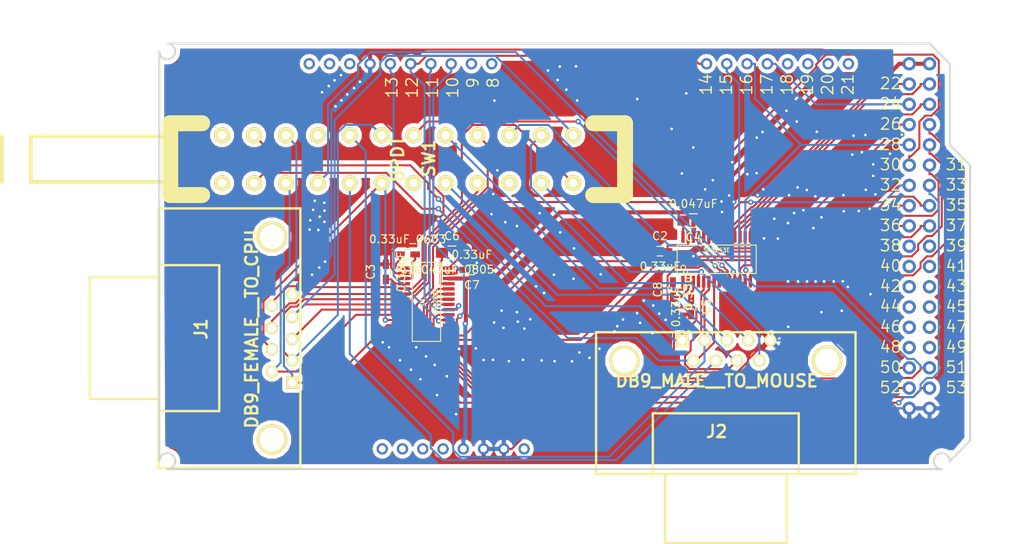
<source format=kicad_pcb>
(kicad_pcb (version 4) (host pcbnew "(2014-10-27 BZR 5228)-product")
  (layers (0 F.Cu mixed) (31 B.Cu mixed hide) (34 B.Paste user) (35 F.Paste user) (36 B.SilkS user) (37 F.SilkS user) (38 B.Mask user) (39 F.Mask user) (44 Edge.Cuts user))
  (net 0 "")
  (net 1 TTL_RX_FROM_MOUSE)
  (net 2 TTL_TX_TO_MOUSE)
  (net 3 TTL_RX_TO_CPU)
  (net 4 TTL_TX_FROM_CPU)
  (net 5 /CD_TO_CPU)
  (net 6 /RX_TO_CPU)
  (net 7 /TX_FROM_CPU)
  (net 8 /DTR_FROM_CPU)
  (net 9 GND)
  (net 10 /DSR_TO_CPU)
  (net 11 /RTS_FROM_CPU)
  (net 12 /CTS_TO_CPU)
  (net 13 /RI_TO_CPU)
  (net 14 /CD_FROM_MOUSE)
  (net 15 /RX_FROM_MOUSE)
  (net 16 /TX_TO_MOUSE)
  (net 17 /DTR_TO_MOUSE)
  (net 18 /RI_FROM_MOUSE)
  (net 19 /CTS_FROM_MOUSE)
  (net 20 /RTS_TO_MOUSE)
  (net 21 /DSR_FROM_MOUSE)
  (net 22 "Net-(JP6-Pad1)")
  (net 23 "Net-(JP6-Pad2)")
  (net 24 "Net-(JP6-Pad3)")
  (net 25 TTL_RTS_FROM_CPU)
  (net 26 TTL_DTR_FROM_CPU)
  (net 27 TTL_CD_TO_CPU)
  (net 28 "Net-(JP6-Pad9)")
  (net 29 "Net-(JP6-Pad10)")
  (net 30 "Net-(POWER1-Pad1)")
  (net 31 "Net-(POWER1-Pad2)")
  (net 32 /shield/RESET)
  (net 33 PWR)
  (net 34 /shield/VIN)
  (net 35 /c1_1_minus)
  (net 36 TTL_DSR_TO_CPU)
  (net 37 TTL_CTS_TO_CPU)
  (net 38 TTL_RI_TO_CPU)
  (net 39 /c2_1_minus)
  (net 40 CPU_ONLINE)
  (net 41 TTL_DTR_FROM_CPU-_)
  (net 42 CPU_SHUTDOWN)
  (net 43 CPU_STATUS)
  (net 44 /DTR_FROM_MCU)
  (net 45 /TX_FROM_MCU)
  (net 46 TTL_CTS_FROM_MOUSE)
  (net 47 TTL_RI_FROM_MOUSE)
  (net 48 TTL_CTS_FROM_MOUSE-_)
  (net 49 MOUSE_STATUS)
  (net 50 MOUSE_SHUTDOWN)
  (net 51 MOUSE_ONLINE)
  (net 52 /RTS_FROM_MCU)
  (net 53 TTL_RTS_TO_MOUSE)
  (net 54 /c2_2_neg)
  (net 55 TTL_DSR_FROM_MOUSE)
  (net 56 TTL_DTR_TO_MOUSE)
  (net 57 TTL_CD_FROM_MOUSE)
  (net 58 /c1_2_pos)
  (net 59 "Net-(C1-Pad2)")
  (net 60 "Net-(C2-Pad2)")
  (net 61 "Net-(C3-Pad1)")
  (net 62 "Net-(C4-Pad1)")
  (net 63 "Net-(C5-Pad1)")
  (net 64 "Net-(C6-Pad2)")
  (net 65 "Net-(C7-Pad2)")
  (net 66 "Net-(C8-Pad2)")
  (net 67 "Net-(COMMUNICATION1-Pad1)")
  (net 68 "Net-(COMMUNICATION1-Pad2)")
  (net 69 "Net-(COMMUNICATION1-Pad3)")
  (net 70 "Net-(COMMUNICATION1-Pad4)")
  (net 71 "Net-(XIO1-Pad19)")
  (net 72 "Net-(XIO1-Pad20)")
  (net 73 "Net-(XIO1-Pad21)")
  (net 74 "Net-(XIO1-Pad22)")
  (net 75 "Net-(XIO1-Pad23)")
  (net 76 "Net-(XIO1-Pad24)")
  (net 77 "Net-(XIO1-Pad25)")
  (net 78 "Net-(XIO1-Pad26)")
  (net 79 "Net-(XIO1-Pad27)")
  (net 80 "Net-(XIO1-Pad28)")
  (net 81 "Net-(XIO1-Pad29)")
  (net 82 "Net-(XIO1-Pad30)")
  (net 83 /shield/3.3V)
  (net 84 "Net-(SW1-Pad5)")
  (net 85 "Net-(SW1-Pad18)")
  (net 86 "Net-(SW1-Pad23)")
  (net 87 "Net-(SW1-Pad24)")
  (module 1X10 (layer F.Cu) (at 128.016 80.9117)
    (fp_text reference JP6)
    (fp_text value CONN_01X10)
    (pad 1 thru_hole oval (at -11.43 0 90) (size 1.4224 1.4224) (drill 0.84836) (layers *.Cu *.Mask) (net 22 "Net-(JP6-Pad1)"))
    (pad 2 thru_hole oval (at -8.89 0 90) (size 1.4224 1.4224) (drill 0.84836) (layers *.Cu *.Mask) (net 23 "Net-(JP6-Pad2)"))
    (pad 3 thru_hole oval (at -6.35 0 90) (size 1.4224 1.4224) (drill 0.84836) (layers *.Cu *.Mask) (net 24 "Net-(JP6-Pad3)"))
    (pad 4 thru_hole oval (at -3.81 0 90) (size 1.4224 1.4224) (drill 0.84836) (layers *.Cu *.Mask) (net 9 GND))
    (pad 5 thru_hole oval (at -1.27 0 90) (size 1.4224 1.4224) (drill 0.84836) (layers *.Cu *.Mask) (net 25 TTL_RTS_FROM_CPU))
    (pad 6 thru_hole oval (at 1.27 0 90) (size 1.4224 1.4224) (drill 0.84836) (layers *.Cu *.Mask) (net 4 TTL_TX_FROM_CPU))
    (pad 7 thru_hole oval (at 3.81 0 90) (size 1.4224 1.4224) (drill 0.84836) (layers *.Cu *.Mask) (net 26 TTL_DTR_FROM_CPU))
    (pad 8 thru_hole oval (at 6.35 0 90) (size 1.4224 1.4224) (drill 0.84836) (layers *.Cu *.Mask) (net 27 TTL_CD_TO_CPU))
    (pad 9 thru_hole oval (at 8.89 0 90) (size 1.4224 1.4224) (drill 0.84836) (layers *.Cu *.Mask) (net 28 "Net-(JP6-Pad9)"))
    (pad 10 thru_hole oval (at 11.43 0 90) (size 1.4224 1.4224) (drill 0.84836) (layers *.Cu *.Mask) (net 29 "Net-(JP6-Pad10)"))
  )
  (module 1X08 (layer F.Cu) (at 175.26 80.9117 180)
    (fp_text reference COMMUNICATION1)
    (fp_text value CONN_01X08)
    (pad 1 thru_hole oval (at -8.89 0 270) (size 1.4224 1.4224) (drill 0.84836) (layers *.Cu *.Mask) (net 67 "Net-(COMMUNICATION1-Pad1)"))
    (pad 2 thru_hole oval (at -6.35 0 270) (size 1.4224 1.4224) (drill 0.84836) (layers *.Cu *.Mask) (net 68 "Net-(COMMUNICATION1-Pad2)"))
    (pad 3 thru_hole oval (at -3.81 0 270) (size 1.4224 1.4224) (drill 0.84836) (layers *.Cu *.Mask) (net 69 "Net-(COMMUNICATION1-Pad3)"))
    (pad 4 thru_hole oval (at -1.27 0 270) (size 1.4224 1.4224) (drill 0.84836) (layers *.Cu *.Mask) (net 70 "Net-(COMMUNICATION1-Pad4)"))
    (pad 5 thru_hole oval (at 1.27 0 270) (size 1.4224 1.4224) (drill 0.84836) (layers *.Cu *.Mask) (net 1 TTL_RX_FROM_MOUSE))
    (pad 6 thru_hole oval (at 3.81 0 270) (size 1.4224 1.4224) (drill 0.84836) (layers *.Cu *.Mask) (net 2 TTL_TX_TO_MOUSE))
    (pad 7 thru_hole oval (at 6.35 0 270) (size 1.4224 1.4224) (drill 0.84836) (layers *.Cu *.Mask) (net 3 TTL_RX_TO_CPU))
    (pad 8 thru_hole oval (at 8.89 0 270) (size 1.4224 1.4224) (drill 0.84836) (layers *.Cu *.Mask) (net 4 TTL_TX_FROM_CPU))
  )
  (module 2X18 (layer F.Cu) (at 193.04 102.502 270)
    (fp_text reference XIO1)
    (fp_text value CONN_02X18)
    (pad 1 thru_hole oval (at -21.59 1.27 270) (size 1.6764 1.6764) (drill 0.94996) (layers *.Cu *.Mask) (net 33 PWR))
    (pad 2 thru_hole oval (at -21.59 -1.27 270) (size 1.6764 1.6764) (drill 0.94996) (layers *.Cu *.Mask) (net 33 PWR))
    (pad 3 thru_hole oval (at -19.05 1.27 270) (size 1.6764 1.6764) (drill 0.94996) (layers *.Cu *.Mask) (net 47 TTL_RI_FROM_MOUSE))
    (pad 4 thru_hole oval (at -19.05 -1.27 270) (size 1.6764 1.6764) (drill 0.94996) (layers *.Cu *.Mask) (net 46 TTL_CTS_FROM_MOUSE))
    (pad 5 thru_hole oval (at -16.51 1.27 270) (size 1.6764 1.6764) (drill 0.94996) (layers *.Cu *.Mask) (net 1 TTL_RX_FROM_MOUSE))
    (pad 6 thru_hole oval (at -16.51 -1.27 270) (size 1.6764 1.6764) (drill 0.94996) (layers *.Cu *.Mask) (net 55 TTL_DSR_FROM_MOUSE))
    (pad 7 thru_hole oval (at -13.97 1.27 270) (size 1.6764 1.6764) (drill 0.94996) (layers *.Cu *.Mask) (net 57 TTL_CD_FROM_MOUSE))
    (pad 8 thru_hole oval (at -13.97 -1.27 270) (size 1.6764 1.6764) (drill 0.94996) (layers *.Cu *.Mask) (net 56 TTL_DTR_TO_MOUSE))
    (pad 9 thru_hole oval (at -11.43 1.27 270) (size 1.6764 1.6764) (drill 0.94996) (layers *.Cu *.Mask) (net 2 TTL_TX_TO_MOUSE))
    (pad 10 thru_hole oval (at -11.43 -1.27 270) (size 1.6764 1.6764) (drill 0.94996) (layers *.Cu *.Mask) (net 53 TTL_RTS_TO_MOUSE))
    (pad 11 thru_hole oval (at -8.89 1.27 270) (size 1.6764 1.6764) (drill 0.94996) (layers *.Cu *.Mask) (net 42 CPU_SHUTDOWN))
    (pad 12 thru_hole oval (at -8.89 -1.27 270) (size 1.6764 1.6764) (drill 0.94996) (layers *.Cu *.Mask) (net 51 MOUSE_ONLINE))
    (pad 13 thru_hole oval (at -6.35 1.27 270) (size 1.6764 1.6764) (drill 0.94996) (layers *.Cu *.Mask) (net 50 MOUSE_SHUTDOWN))
    (pad 14 thru_hole oval (at -6.35 -1.27 270) (size 1.6764 1.6764) (drill 0.94996) (layers *.Cu *.Mask) (net 40 CPU_ONLINE))
    (pad 15 thru_hole oval (at -3.81 1.27 270) (size 1.6764 1.6764) (drill 0.94996) (layers *.Cu *.Mask) (net 49 MOUSE_STATUS))
    (pad 16 thru_hole oval (at -3.81 -1.27 270) (size 1.6764 1.6764) (drill 0.94996) (layers *.Cu *.Mask) (net 48 TTL_CTS_FROM_MOUSE-_))
    (pad 17 thru_hole oval (at -1.27 1.27 270) (size 1.6764 1.6764) (drill 0.94996) (layers *.Cu *.Mask) (net 43 CPU_STATUS))
    (pad 18 thru_hole oval (at -1.27 -1.27 270) (size 1.6764 1.6764) (drill 0.94996) (layers *.Cu *.Mask) (net 41 TTL_DTR_FROM_CPU-_))
    (pad 19 thru_hole oval (at 1.27 1.27 270) (size 1.6764 1.6764) (drill 0.94996) (layers *.Cu *.Mask) (net 71 "Net-(XIO1-Pad19)"))
    (pad 20 thru_hole oval (at 1.27 -1.27 270) (size 1.6764 1.6764) (drill 0.94996) (layers *.Cu *.Mask) (net 72 "Net-(XIO1-Pad20)"))
    (pad 21 thru_hole oval (at 3.81 1.27 270) (size 1.6764 1.6764) (drill 0.94996) (layers *.Cu *.Mask) (net 73 "Net-(XIO1-Pad21)"))
    (pad 22 thru_hole oval (at 3.81 -1.27 270) (size 1.6764 1.6764) (drill 0.94996) (layers *.Cu *.Mask) (net 74 "Net-(XIO1-Pad22)"))
    (pad 23 thru_hole oval (at 6.35 1.27 270) (size 1.6764 1.6764) (drill 0.94996) (layers *.Cu *.Mask) (net 75 "Net-(XIO1-Pad23)"))
    (pad 24 thru_hole oval (at 6.35 -1.27 270) (size 1.6764 1.6764) (drill 0.94996) (layers *.Cu *.Mask) (net 76 "Net-(XIO1-Pad24)"))
    (pad 25 thru_hole oval (at 8.89 1.27 270) (size 1.6764 1.6764) (drill 0.94996) (layers *.Cu *.Mask) (net 77 "Net-(XIO1-Pad25)"))
    (pad 26 thru_hole oval (at 8.89 -1.27 270) (size 1.6764 1.6764) (drill 0.94996) (layers *.Cu *.Mask) (net 78 "Net-(XIO1-Pad26)"))
    (pad 27 thru_hole oval (at 11.43 1.27 270) (size 1.6764 1.6764) (drill 0.94996) (layers *.Cu *.Mask) (net 79 "Net-(XIO1-Pad27)"))
    (pad 28 thru_hole oval (at 11.43 -1.27 270) (size 1.6764 1.6764) (drill 0.94996) (layers *.Cu *.Mask) (net 80 "Net-(XIO1-Pad28)"))
    (pad 29 thru_hole oval (at 13.97 1.27 270) (size 1.6764 1.6764) (drill 0.94996) (layers *.Cu *.Mask) (net 81 "Net-(XIO1-Pad29)"))
    (pad 30 thru_hole oval (at 13.97 -1.27 270) (size 1.6764 1.6764) (drill 0.94996) (layers *.Cu *.Mask) (net 82 "Net-(XIO1-Pad30)"))
    (pad 31 thru_hole oval (at 16.51 1.27 270) (size 1.6764 1.6764) (drill 0.94996) (layers *.Cu *.Mask) (net 36 TTL_DSR_TO_CPU))
    (pad 32 thru_hole oval (at 16.51 -1.27 270) (size 1.6764 1.6764) (drill 0.94996) (layers *.Cu *.Mask) (net 3 TTL_RX_TO_CPU))
    (pad 33 thru_hole oval (at 19.05 1.27 270) (size 1.6764 1.6764) (drill 0.94996) (layers *.Cu *.Mask) (net 37 TTL_CTS_TO_CPU))
    (pad 34 thru_hole oval (at 19.05 -1.27 270) (size 1.6764 1.6764) (drill 0.94996) (layers *.Cu *.Mask) (net 38 TTL_RI_TO_CPU))
    (pad 35 thru_hole oval (at 21.59 1.27 270) (size 1.6764 1.6764) (drill 0.94996) (layers *.Cu *.Mask) (net 9 GND))
    (pad 36 thru_hole oval (at 21.59 -1.27 270) (size 1.6764 1.6764) (drill 0.94996) (layers *.Cu *.Mask) (net 9 GND))
  )
  (module 1X08 (layer F.Cu) (at 134.62 129.172)
    (fp_text reference POWER1)
    (fp_text value CONN_01X08)
    (pad 1 thru_hole oval (at -8.89 0 90) (size 1.4224 1.4224) (drill 0.84836) (layers *.Cu *.Mask) (net 30 "Net-(POWER1-Pad1)"))
    (pad 2 thru_hole oval (at -6.35 0 90) (size 1.4224 1.4224) (drill 0.84836) (layers *.Cu *.Mask) (net 31 "Net-(POWER1-Pad2)"))
    (pad 3 thru_hole oval (at -3.81 0 90) (size 1.4224 1.4224) (drill 0.84836) (layers *.Cu *.Mask) (net 32 /shield/RESET))
    (pad 4 thru_hole oval (at -1.27 0 90) (size 1.4224 1.4224) (drill 0.84836) (layers *.Cu *.Mask) (net 83 /shield/3.3V))
    (pad 5 thru_hole oval (at 1.27 0 90) (size 1.4224 1.4224) (drill 0.84836) (layers *.Cu *.Mask) (net 33 PWR))
    (pad 6 thru_hole oval (at 3.81 0 90) (size 1.4224 1.4224) (drill 0.84836) (layers *.Cu *.Mask) (net 9 GND))
    (pad 7 thru_hole oval (at 6.35 0 90) (size 1.4224 1.4224) (drill 0.84836) (layers *.Cu *.Mask) (net 9 GND))
    (pad 8 thru_hole oval (at 8.89 0 90) (size 1.4224 1.4224) (drill 0.84836) (layers *.Cu *.Mask) (net 34 /shield/VIN))
  )
  (module Capacitors_SMD:C_0603_HandSoldering (layer F.Cu) (at 128.905 104.8 180)
    (fp_text reference C1 (at 0 -1.9 180) (layer F.SilkS))
    (fp_text value 0.33uF_0603 (at 0 1.9 180) (layer F.SilkS))
    (pad 1 smd rect (at -0.95 0 180) (size 1.2 0.75) (layers F.Cu F.Paste F.Mask) (net 39 /c2_1_minus))
    (pad 2 smd rect (at 0.95 0 180) (size 1.2 0.75) (layers F.Cu F.Paste F.Mask) (net 59 "Net-(C1-Pad2)"))
  )
  (module Capacitors_SMD:C_0603_HandSoldering (layer F.Cu) (at 160.528 104.394)
    (fp_text reference C2 (at 0 -1.9) (layer F.SilkS))
    (fp_text value 0.33uF (at 0 1.9) (layer F.SilkS))
    (pad 1 smd rect (at -0.95 0) (size 1.2 0.75) (layers F.Cu F.Paste F.Mask) (net 9 GND))
    (pad 2 smd rect (at 0.95 0) (size 1.2 0.75) (layers F.Cu F.Paste F.Mask) (net 60 "Net-(C2-Pad2)"))
  )
  (module Capacitors_SMD:C_0603_HandSoldering (layer F.Cu) (at 126.187 106.985 90)
    (fp_text reference C3 (at 0 -1.9 90) (layer F.SilkS))
    (fp_text value 0.33uF (at 0 1.9 90) (layer F.SilkS))
    (pad 1 smd rect (at -0.95 0 90) (size 1.2 0.75) (layers F.Cu F.Paste F.Mask) (net 61 "Net-(C3-Pad1)"))
    (pad 2 smd rect (at 0.95 0 90) (size 1.2 0.75) (layers F.Cu F.Paste F.Mask) (net 9 GND))
  )
  (module Capacitors_SMD:C_0805_HandSoldering (layer F.Cu) (at 164.719 100.559 180)
    (fp_text reference C4 (at 0 -2.1 180) (layer F.SilkS))
    (fp_text value 0.047uF (at 0 2.1 180) (layer F.SilkS))
    (pad 1 smd rect (at -1.25 0 180) (size 1.5 1.25) (layers F.Cu F.Paste F.Mask) (net 62 "Net-(C4-Pad1)"))
    (pad 2 smd rect (at 1.25 0 180) (size 1.5 1.25) (layers F.Cu F.Paste F.Mask) (net 58 /c1_2_pos))
  )
  (module Capacitors_SMD:C_0603_HandSoldering (layer F.Cu) (at 164.44 111.379 270)
    (fp_text reference C5 (at 0 -1.9 270) (layer F.SilkS))
    (fp_text value 0.33uF (at 0 1.9 270) (layer F.SilkS))
    (pad 1 smd rect (at -0.95 0 270) (size 1.2 0.75) (layers F.Cu F.Paste F.Mask) (net 63 "Net-(C5-Pad1)"))
    (pad 2 smd rect (at 0.95 0 270) (size 1.2 0.75) (layers F.Cu F.Paste F.Mask) (net 9 GND))
  )
  (module Capacitors_SMD:C_0805_HandSoldering (layer F.Cu) (at 134.468 104.597)
    (fp_text reference C6 (at 0 -2.1) (layer F.SilkS))
    (fp_text value 0.047uF_0805 (at 0 2.1) (layer F.SilkS))
    (pad 1 smd rect (at -1.25 0) (size 1.5 1.25) (layers F.Cu F.Paste F.Mask) (net 35 /c1_1_minus))
    (pad 2 smd rect (at 1.25 0) (size 1.5 1.25) (layers F.Cu F.Paste F.Mask) (net 64 "Net-(C6-Pad2)"))
  )
  (module Capacitors_SMD:C_0603_HandSoldering (layer F.Cu) (at 136.957 106.731 180)
    (fp_text reference C7 (at 0 -1.9 180) (layer F.SilkS))
    (fp_text value 0.33uF (at 0 1.9 180) (layer F.SilkS))
    (pad 1 smd rect (at -0.95 0 180) (size 1.2 0.75) (layers F.Cu F.Paste F.Mask) (net 9 GND))
    (pad 2 smd rect (at 0.95 0 180) (size 1.2 0.75) (layers F.Cu F.Paste F.Mask) (net 65 "Net-(C7-Pad2)"))
  )
  (module Capacitors_SMD:C_0603_HandSoldering (layer F.Cu) (at 162.154 109.22 90)
    (fp_text reference C8 (at 0 -1.9 90) (layer F.SilkS))
    (fp_text value 0.33uF (at 0 1.9 90) (layer F.SilkS))
    (pad 1 smd rect (at -0.95 0 90) (size 1.2 0.75) (layers F.Cu F.Paste F.Mask) (net 54 /c2_2_neg))
    (pad 2 smd rect (at 0.95 0 90) (size 1.2 0.75) (layers F.Cu F.Paste F.Mask) (net 66 "Net-(C8-Pad2)"))
  )
  (module Connect:DB9FC (layer F.Cu) (at 113.182 115.418 90)
    (fp_text reference J1 (at 1.27 -10.16 90) (layer F.SilkS) (effects (font (thickness 0.3048))))
    (fp_text value DB9_FEMALE__TO_CPU (at 1.27 -3.81 90) (layer F.SilkS) (effects (font (thickness 0.3048))))
    (pad "" thru_hole circle (at 12.827 -1.27 90) (size 3.81 3.81) (drill 3.048) (layers *.Cu *.Mask F.SilkS))
    (pad "" thru_hole circle (at -12.573 -1.27 90) (size 3.81 3.81) (drill 3.048) (layers *.Cu *.Mask F.SilkS))
    (pad 1 thru_hole rect (at -5.461 1.27 90) (size 1.524 1.524) (drill 1.016) (layers *.Cu *.Mask F.SilkS) (net 5 /CD_TO_CPU))
    (pad 2 thru_hole circle (at -2.667 1.27 90) (size 1.524 1.524) (drill 1.016) (layers *.Cu *.Mask F.SilkS) (net 6 /RX_TO_CPU))
    (pad 3 thru_hole circle (at 0 1.27 90) (size 1.524 1.524) (drill 1.016) (layers *.Cu *.Mask F.SilkS) (net 7 /TX_FROM_CPU))
    (pad 4 thru_hole circle (at 2.794 1.27 90) (size 1.524 1.524) (drill 1.016) (layers *.Cu *.Mask F.SilkS) (net 8 /DTR_FROM_CPU))
    (pad 5 thru_hole circle (at 5.588 1.27 90) (size 1.524 1.524) (drill 1.016) (layers *.Mask B.Cu F.SilkS) (net 9 GND))
    (pad 6 thru_hole circle (at -4.064 -1.27 90) (size 1.524 1.524) (drill 1.016) (layers *.Cu *.Mask F.SilkS) (net 10 /DSR_TO_CPU))
    (pad 7 thru_hole circle (at -1.27 -1.27 90) (size 1.524 1.524) (drill 1.016) (layers *.Cu *.Mask F.SilkS) (net 11 /RTS_FROM_CPU))
    (pad 8 thru_hole circle (at 1.397 -1.27 90) (size 1.524 1.524) (drill 1.016) (layers *.Cu *.Mask F.SilkS) (net 12 /CTS_TO_CPU))
    (pad 9 thru_hole circle (at 4.191 -1.27 90) (size 1.524 1.524) (drill 1.016) (layers *.Cu *.Mask F.SilkS) (net 13 /RI_TO_CPU))
  )
  (module Connect:DB9MC (layer F.Cu) (at 168.91 116.84 180)
    (fp_text reference J2 (at 1.27 -10.16 180) (layer F.SilkS) (effects (font (thickness 0.3048))))
    (fp_text value DB9_MALE__TO_MOUSE (at 1.27 -3.81 180) (layer F.SilkS) (effects (font (thickness 0.3048))))
    (pad "" thru_hole circle (at 12.827 -1.27 180) (size 3.81 3.81) (drill 3.048) (layers *.Cu *.Mask F.SilkS))
    (pad "" thru_hole circle (at -12.573 -1.27 180) (size 3.81 3.81) (drill 3.048) (layers *.Cu *.Mask F.SilkS))
    (pad 1 thru_hole rect (at 5.588 1.27 180) (size 1.524 1.524) (drill 1.016) (layers *.Cu *.Mask F.SilkS) (net 14 /CD_FROM_MOUSE))
    (pad 2 thru_hole circle (at 2.794 1.27 180) (size 1.524 1.524) (drill 1.016) (layers *.Cu *.Mask F.SilkS) (net 15 /RX_FROM_MOUSE))
    (pad 3 thru_hole circle (at 0 1.27 180) (size 1.524 1.524) (drill 1.016) (layers *.Cu *.Mask F.SilkS) (net 16 /TX_TO_MOUSE))
    (pad 4 thru_hole circle (at -2.667 1.27 180) (size 1.524 1.524) (drill 1.016) (layers *.Cu *.Mask F.SilkS) (net 17 /DTR_TO_MOUSE))
    (pad 5 thru_hole circle (at -5.461 1.27 180) (size 1.524 1.524) (drill 1.016) (layers *.Cu *.Mask F.SilkS) (net 9 GND))
    (pad 9 thru_hole circle (at -4.064 -1.27 180) (size 1.524 1.524) (drill 1.016) (layers *.Cu *.Mask F.SilkS) (net 18 /RI_FROM_MOUSE))
    (pad 8 thru_hole circle (at -1.27 -1.27 180) (size 1.524 1.524) (drill 1.016) (layers *.Cu *.Mask F.SilkS) (net 19 /CTS_FROM_MOUSE))
    (pad 7 thru_hole circle (at 1.397 -1.27 180) (size 1.524 1.524) (drill 1.016) (layers *.Cu *.Mask F.SilkS) (net 20 /RTS_TO_MOUSE))
    (pad 6 thru_hole circle (at 4.191 -1.27 180) (size 1.524 1.524) (drill 1.016) (layers *.Cu *.Mask F.SilkS) (net 21 /DSR_FROM_MOUSE))
  )
  (module SMD_Packages:TSSOP-28 (layer F.Cu) (at 131.267 110.744 270)
    (fp_text reference U1 (at 0 0.508 270) (layer F.SilkS) (effects (font (size 0.50038 0.50038) (thickness 0.09906))))
    (fp_text value SP3238E (at 0 -1.143 270) (layer F.SilkS) (effects (font (size 0.50038 0.50038) (thickness 0.09906))))
    (pad 7 smd rect (at -0.32512 2.79908 270) (size 0.4191 1.47066) (layers F.Cu F.Paste F.Mask) (net 6 /RX_TO_CPU))
    (pad 8 smd rect (at 0.32512 2.79908 270) (size 0.4191 1.47066) (layers F.Cu F.Paste F.Mask) (net 8 /DTR_FROM_CPU))
    (pad 9 smd rect (at 0.97536 2.79908 270) (size 0.4191 1.47066) (layers F.Cu F.Paste F.Mask) (net 7 /TX_FROM_CPU))
    (pad 10 smd rect (at 1.6256 2.79908 270) (size 0.4191 1.47066) (layers F.Cu F.Paste F.Mask) (net 10 /DSR_TO_CPU))
    (pad 25 smd rect (at -2.26568 -2.794 270) (size 0.4191 1.47066) (layers F.Cu F.Paste F.Mask) (net 35 /c1_1_minus))
    (pad 4 smd rect (at -2.27584 2.79908 270) (size 0.4191 1.47066) (layers F.Cu F.Paste F.Mask) (net 61 "Net-(C3-Pad1)"))
    (pad 5 smd rect (at -1.6256 2.79908 270) (size 0.4191 1.47066) (layers F.Cu F.Paste F.Mask) (net 13 /RI_TO_CPU))
    (pad 6 smd rect (at -0.97536 2.79908 270) (size 0.4191 1.47066) (layers F.Cu F.Paste F.Mask) (net 12 /CTS_TO_CPU))
    (pad 18 smd rect (at 2.27584 -2.79908 270) (size 0.4191 1.47066) (layers F.Cu F.Paste F.Mask) (net 25 TTL_RTS_FROM_CPU))
    (pad 19 smd rect (at 1.6256 -2.79908 270) (size 0.4191 1.47066) (layers F.Cu F.Paste F.Mask) (net 36 TTL_DSR_TO_CPU))
    (pad 20 smd rect (at 0.97536 -2.79908 270) (size 0.4191 1.47066) (layers F.Cu F.Paste F.Mask) (net 4 TTL_TX_FROM_CPU))
    (pad 21 smd rect (at 0.32512 -2.79908 270) (size 0.4191 1.47066) (layers F.Cu F.Paste F.Mask) (net 26 TTL_DTR_FROM_CPU))
    (pad 22 smd rect (at -0.32512 -2.79908 270) (size 0.4191 1.47066) (layers F.Cu F.Paste F.Mask) (net 3 TTL_RX_TO_CPU))
    (pad 23 smd rect (at -0.97536 -2.79908 270) (size 0.4191 1.47066) (layers F.Cu F.Paste F.Mask) (net 37 TTL_CTS_TO_CPU))
    (pad 11 smd rect (at 2.27584 2.79908 270) (size 0.4191 1.47066) (layers F.Cu F.Paste F.Mask) (net 11 /RTS_FROM_CPU))
    (pad 24 smd rect (at -1.6256 -2.794 270) (size 0.4191 1.47066) (layers F.Cu F.Paste F.Mask) (net 38 TTL_RI_TO_CPU))
    (pad 3 smd rect (at -2.92608 2.79908 270) (size 0.4191 1.47066) (layers F.Cu F.Paste F.Mask) (net 39 /c2_1_minus))
    (pad 12 smd rect (at 2.92608 2.79908 270) (size 0.4191 1.47066) (layers F.Cu F.Paste F.Mask) (net 5 /CD_TO_CPU))
    (pad 17 smd rect (at 2.92608 -2.79908 270) (size 0.4191 1.47066) (layers F.Cu F.Paste F.Mask) (net 27 TTL_CD_TO_CPU))
    (pad 26 smd rect (at -2.92608 -2.79908 270) (size 0.4191 1.47066) (layers F.Cu F.Paste F.Mask) (net 33 PWR))
    (pad 2 smd rect (at -3.57378 2.79908 270) (size 0.4191 1.47066) (layers F.Cu F.Paste F.Mask) (net 9 GND))
    (pad 13 smd rect (at 3.57378 2.79908 270) (size 0.4191 1.47066) (layers F.Cu F.Paste F.Mask) (net 40 CPU_ONLINE))
    (pad 16 smd rect (at 3.57378 -2.79908 270) (size 0.4191 1.47066) (layers F.Cu F.Paste F.Mask) (net 41 TTL_DTR_FROM_CPU-_))
    (pad 27 smd rect (at -3.57378 -2.79908 270) (size 0.4191 1.47066) (layers F.Cu F.Paste F.Mask) (net 65 "Net-(C7-Pad2)"))
    (pad 1 smd rect (at -4.22402 2.79908 270) (size 0.4191 1.47066) (layers F.Cu F.Paste F.Mask) (net 59 "Net-(C1-Pad2)"))
    (pad 14 smd rect (at 4.22402 2.79908 270) (size 0.4191 1.47066) (layers F.Cu F.Paste F.Mask) (net 42 CPU_SHUTDOWN))
    (pad 15 smd rect (at 4.22402 -2.79908 270) (size 0.4191 1.47066) (layers F.Cu F.Paste F.Mask) (net 43 CPU_STATUS))
    (pad 28 smd rect (at -4.22402 -2.79908 270) (size 0.4191 1.47066) (layers F.Cu F.Paste F.Mask) (net 64 "Net-(C6-Pad2)"))
  )
  (module SMD_Packages:TSSOP-28 (layer F.Cu) (at 167.64 105.41)
    (fp_text reference U2 (at 0 0.508) (layer F.SilkS) (effects (font (size 0.50038 0.50038) (thickness 0.09906))))
    (fp_text value SP3243E (at 0 -1.143) (layer F.SilkS) (effects (font (size 0.50038 0.50038) (thickness 0.09906))))
    (pad 7 smd rect (at -0.32512 2.79908) (size 0.4191 1.47066) (layers F.Cu F.Paste F.Mask) (net 21 /DSR_FROM_MOUSE))
    (pad 8 smd rect (at 0.32512 2.79908) (size 0.4191 1.47066) (layers F.Cu F.Paste F.Mask) (net 14 /CD_FROM_MOUSE))
    (pad 9 smd rect (at 0.97536 2.79908) (size 0.4191 1.47066) (layers F.Cu F.Paste F.Mask) (net 44 /DTR_FROM_MCU))
    (pad 10 smd rect (at 1.6256 2.79908) (size 0.4191 1.47066) (layers F.Cu F.Paste F.Mask) (net 45 /TX_FROM_MCU))
    (pad 25 smd rect (at -2.26568 -2.794) (size 0.4191 1.47066) (layers F.Cu F.Paste F.Mask) (net 9 GND))
    (pad 4 smd rect (at -2.27584 2.79908) (size 0.4191 1.47066) (layers F.Cu F.Paste F.Mask) (net 18 /RI_FROM_MOUSE))
    (pad 5 smd rect (at -1.6256 2.79908) (size 0.4191 1.47066) (layers F.Cu F.Paste F.Mask) (net 19 /CTS_FROM_MOUSE))
    (pad 6 smd rect (at -0.97536 2.79908) (size 0.4191 1.47066) (layers F.Cu F.Paste F.Mask) (net 15 /RX_FROM_MOUSE))
    (pad 18 smd rect (at 2.27584 -2.79908) (size 0.4191 1.47066) (layers F.Cu F.Paste F.Mask) (net 46 TTL_CTS_FROM_MOUSE))
    (pad 19 smd rect (at 1.6256 -2.79908) (size 0.4191 1.47066) (layers F.Cu F.Paste F.Mask) (net 47 TTL_RI_FROM_MOUSE))
    (pad 20 smd rect (at 0.97536 -2.79908) (size 0.4191 1.47066) (layers F.Cu F.Paste F.Mask) (net 48 TTL_CTS_FROM_MOUSE-_))
    (pad 21 smd rect (at 0.32512 -2.79908) (size 0.4191 1.47066) (layers F.Cu F.Paste F.Mask) (net 49 MOUSE_STATUS))
    (pad 22 smd rect (at -0.32512 -2.79908) (size 0.4191 1.47066) (layers F.Cu F.Paste F.Mask) (net 50 MOUSE_SHUTDOWN))
    (pad 23 smd rect (at -0.97536 -2.79908) (size 0.4191 1.47066) (layers F.Cu F.Paste F.Mask) (net 51 MOUSE_ONLINE))
    (pad 11 smd rect (at 2.27584 2.79908) (size 0.4191 1.47066) (layers F.Cu F.Paste F.Mask) (net 52 /RTS_FROM_MCU))
    (pad 24 smd rect (at -1.6256 -2.794) (size 0.4191 1.47066) (layers F.Cu F.Paste F.Mask) (net 62 "Net-(C4-Pad1)"))
    (pad 3 smd rect (at -2.92608 2.79908) (size 0.4191 1.47066) (layers F.Cu F.Paste F.Mask) (net 63 "Net-(C5-Pad1)"))
    (pad 12 smd rect (at 2.92608 2.79908) (size 0.4191 1.47066) (layers F.Cu F.Paste F.Mask) (net 53 TTL_RTS_TO_MOUSE))
    (pad 17 smd rect (at 2.92608 -2.79908) (size 0.4191 1.47066) (layers F.Cu F.Paste F.Mask) (net 1 TTL_RX_FROM_MOUSE))
    (pad 26 smd rect (at -2.92608 -2.79908) (size 0.4191 1.47066) (layers F.Cu F.Paste F.Mask) (net 33 PWR))
    (pad 2 smd rect (at -3.57378 2.79908) (size 0.4191 1.47066) (layers F.Cu F.Paste F.Mask) (net 54 /c2_2_neg))
    (pad 13 smd rect (at 3.57378 2.79908) (size 0.4191 1.47066) (layers F.Cu F.Paste F.Mask) (net 2 TTL_TX_TO_MOUSE))
    (pad 16 smd rect (at 3.57378 -2.79908) (size 0.4191 1.47066) (layers F.Cu F.Paste F.Mask) (net 55 TTL_DSR_FROM_MOUSE))
    (pad 27 smd rect (at -3.57378 -2.79908) (size 0.4191 1.47066) (layers F.Cu F.Paste F.Mask) (net 60 "Net-(C2-Pad2)"))
    (pad 1 smd rect (at -4.22402 2.79908) (size 0.4191 1.47066) (layers F.Cu F.Paste F.Mask) (net 66 "Net-(C8-Pad2)"))
    (pad 14 smd rect (at 4.22402 2.79908) (size 0.4191 1.47066) (layers F.Cu F.Paste F.Mask) (net 56 TTL_DTR_TO_MOUSE))
    (pad 15 smd rect (at 4.22402 -2.79908) (size 0.4191 1.47066) (layers F.Cu F.Paste F.Mask) (net 57 TTL_CD_FROM_MOUSE))
    (pad 28 smd rect (at -4.22402 -2.79908) (size 0.4191 1.47066) (layers F.Cu F.Paste F.Mask) (net 58 /c1_2_pos))
  )
  (module sw:8PDT (layer F.Cu) (at 127.66 92.8624 90)
    (fp_text reference SW1 (at 0.1 3.9 90) (layer F.SilkS) (effects (font (thickness 0.3048))))
    (fp_text value 8PDT (at 0 0 90) (layer F.SilkS) (effects (font (thickness 0.3048))))
    (pad 1 thru_hole circle (at -2.99974 21.99894 90) (size 1.99898 1.99898) (drill 1.04902) (layers *.Cu *.Mask F.SilkS) (net 13 /RI_TO_CPU))
    (pad 2 thru_hole circle (at 2.99974 21.99894 90) (size 1.99898 1.99898) (drill 1.04902) (layers *.Cu *.Mask F.SilkS) (net 8 /DTR_FROM_CPU))
    (pad 3 thru_hole circle (at -2.99974 17.99844 90) (size 1.99898 1.99898) (drill 1.04902) (layers *.Cu *.Mask F.SilkS) (net 18 /RI_FROM_MOUSE))
    (pad 4 thru_hole circle (at 2.99974 17.99844 90) (size 1.99898 1.99898) (drill 1.04902) (layers *.Cu *.Mask F.SilkS) (net 17 /DTR_TO_MOUSE))
    (pad 5 thru_hole circle (at -2.99974 13.99794 90) (size 1.99898 1.99898) (drill 1.04902) (layers *.Cu *.Mask F.SilkS) (net 84 "Net-(SW1-Pad5)"))
    (pad 6 thru_hole circle (at 2.99974 13.99794 90) (size 1.99898 1.99898) (drill 1.04902) (layers *.Cu *.Mask F.SilkS) (net 44 /DTR_FROM_MCU))
    (pad 7 thru_hole circle (at -2.99974 9.99998 90) (size 1.99898 1.99898) (drill 1.04902) (layers *.Cu *.Mask F.SilkS) (net 12 /CTS_TO_CPU))
    (pad 8 thru_hole circle (at 2.99974 9.99998 90) (size 1.99898 1.99898) (drill 1.04902) (layers *.Cu *.Mask F.SilkS) (net 7 /TX_FROM_CPU))
    (pad 9 thru_hole circle (at -2.99974 5.99948 90) (size 1.99898 1.99898) (drill 1.04902) (layers *.Cu *.Mask F.SilkS) (net 19 /CTS_FROM_MOUSE))
    (pad 10 thru_hole circle (at 2.99974 5.99948 90) (size 1.99898 1.99898) (drill 1.04902) (layers *.Cu *.Mask F.SilkS) (net 16 /TX_TO_MOUSE))
    (pad 11 thru_hole circle (at -2.99974 1.99898 90) (size 1.99898 1.99898) (drill 1.04902) (layers *.Cu *.Mask F.SilkS))
    (pad 12 thru_hole circle (at 2.99974 1.99898 90) (size 1.99898 1.99898) (drill 1.04902) (layers *.Cu *.Mask F.SilkS) (net 45 /TX_FROM_MCU))
    (pad 13 thru_hole circle (at -2.99974 -1.99898 90) (size 1.99898 1.99898) (drill 1.04902) (layers *.Cu *.Mask F.SilkS) (net 11 /RTS_FROM_CPU))
    (pad 14 thru_hole circle (at 2.99974 -1.99898 90) (size 1.99898 1.99898) (drill 1.04902) (layers *.Cu *.Mask F.SilkS) (net 6 /RX_TO_CPU))
    (pad 15 thru_hole circle (at -2.99974 -5.99948 90) (size 1.99898 1.99898) (drill 1.04902) (layers *.Cu *.Mask F.SilkS) (net 20 /RTS_TO_MOUSE))
    (pad 16 thru_hole circle (at 2.99974 -5.99948 90) (size 1.99898 1.99898) (drill 1.04902) (layers *.Cu *.Mask F.SilkS) (net 15 /RX_FROM_MOUSE))
    (pad 17 thru_hole circle (at -2.99974 -9.99998 90) (size 1.99898 1.99898) (drill 1.04902) (layers *.Cu *.Mask F.SilkS) (net 52 /RTS_FROM_MCU))
    (pad 18 thru_hole circle (at 2.99974 -9.99998 90) (size 1.99898 1.99898) (drill 1.04902) (layers *.Cu *.Mask F.SilkS) (net 85 "Net-(SW1-Pad18)"))
    (pad 19 thru_hole circle (at -2.99974 -13.99794 90) (size 1.99898 1.99898) (drill 1.04902) (layers *.Cu *.Mask F.SilkS) (net 10 /DSR_TO_CPU))
    (pad 20 thru_hole circle (at 2.99974 -13.99794 90) (size 1.99898 1.99898) (drill 1.04902) (layers *.Cu *.Mask F.SilkS) (net 5 /CD_TO_CPU))
    (pad 21 thru_hole circle (at -2.99974 -17.99844 90) (size 1.99898 1.99898) (drill 1.04902) (layers *.Cu *.Mask F.SilkS) (net 21 /DSR_FROM_MOUSE))
    (pad 22 thru_hole circle (at 2.99974 -17.99844 90) (size 1.99898 1.99898) (drill 1.04902) (layers *.Cu *.Mask F.SilkS) (net 14 /CD_FROM_MOUSE))
    (pad 23 thru_hole circle (at -2.99974 -21.99894 90) (size 1.99898 1.99898) (drill 1.04902) (layers *.Cu *.Mask F.SilkS) (net 86 "Net-(SW1-Pad23)"))
    (pad 24 thru_hole circle (at 2.99974 -21.99894 90) (size 1.99898 1.99898) (drill 1.04902) (layers *.Cu *.Mask F.SilkS) (net 87 "Net-(SW1-Pad24)"))
  )
  (gr_text 11 (at 132.0038 85.3567 90) (layer F.SilkS) (effects (font (size 1.4224 1.4224) (thickness 0.17018)) (justify left)))
  (gr_line (start 194.31 78.3717) (end 196.85 80.9117) (angle 90) (layer Edge.Cuts) (width 0.254))
  (gr_line (start 196.85 91.0717) (end 199.39 93.6117) (angle 90) (layer Edge.Cuts) (width 0.254))
  (gr_line (start 199.39 93.6117) (end 199.39 128.15) (angle 90) (layer Edge.Cuts) (width 0.254))
  (gr_line (start 199.39 128.15) (end 196.85 130.7117) (angle 90) (layer Edge.Cuts) (width 0.254))
  (gr_arc (start 195.84924 130.71348) (end 196.85 130.71348) (angle -270) (layer Edge.Cuts) (width 0.254))
  (gr_line (start 195.84924 131.7117) (end 98.78822 131.7117) (angle 90) (layer Edge.Cuts) (width 0.254))
  (gr_arc (start 98.78822 130.71348) (end 98.78822 131.7117) (angle -270) (layer Edge.Cuts) (width 0.254))
  (gr_line (start 97.79 130.71348) (end 97.79 79.37246) (angle 90) (layer Edge.Cuts) (width 0.254))
  (gr_arc (start 98.78822 79.37246) (end 97.79 79.37246) (angle -270) (layer Edge.Cuts) (width 0.254))
  (gr_line (start 98.78822 78.3717) (end 194.31 78.3717) (angle 90) (layer Edge.Cuts) (width 0.254))
  (gr_line (start 196.85 80.9117) (end 196.85 91.0717) (angle 90) (layer Edge.Cuts) (width 0.254))
  (gr_text 8 (at 139.6238 84.0867 90) (layer F.SilkS) (effects (font (size 1.4224 1.4224) (thickness 0.17018)) (justify left)))
  (gr_text 9 (at 137.0838 84.0867 90) (layer F.SilkS) (effects (font (size 1.4224 1.4224) (thickness 0.17018)) (justify left)))
  (gr_text 10 (at 134.5438 85.3567 90) (layer F.SilkS) (effects (font (size 1.4224 1.4224) (thickness 0.17018)) (justify left)))
  (gr_text 12 (at 129.4638 85.3567 90) (layer F.SilkS) (effects (font (size 1.4224 1.4224) (thickness 0.17018)) (justify left)))
  (gr_text 13 (at 126.9238 85.3567 90) (layer F.SilkS) (effects (font (size 1.4224 1.4224) (thickness 0.17018)) (justify left)))
  (gr_text 14 (at 166.2938 84.9757 90) (layer F.SilkS) (effects (font (size 1.4224 1.4224) (thickness 0.17018)) (justify left)))
  (gr_text 15 (at 168.8338 84.9757 90) (layer F.SilkS) (effects (font (size 1.4224 1.4224) (thickness 0.17018)) (justify left)))
  (gr_text 16 (at 171.3738 84.9757 90) (layer F.SilkS) (effects (font (size 1.4224 1.4224) (thickness 0.17018)) (justify left)))
  (gr_text 17 (at 173.9138 84.9757 90) (layer F.SilkS) (effects (font (size 1.4224 1.4224) (thickness 0.17018)) (justify left)))
  (gr_text 18 (at 176.4538 84.9757 90) (layer F.SilkS) (effects (font (size 1.4224 1.4224) (thickness 0.17018)) (justify left)))
  (gr_text 19 (at 178.9938 84.9757 90) (layer F.SilkS) (effects (font (size 1.4224 1.4224) (thickness 0.17018)) (justify left)))
  (gr_text 20 (at 181.5338 84.9757 90) (layer F.SilkS) (effects (font (size 1.4224 1.4224) (thickness 0.17018)) (justify left)))
  (gr_text 21 (at 184.0738 84.9757 90) (layer F.SilkS) (effects (font (size 1.4224 1.4224) (thickness 0.17018)) (justify left)))
  (gr_text 22 (at 187.96 83.3755) (layer F.SilkS) (effects (font (size 1.4224 1.4224) (thickness 0.17018)) (justify left)))
  (gr_text 24 (at 187.96 85.9155) (layer F.SilkS) (effects (font (size 1.4224 1.4224) (thickness 0.17018)) (justify left)))
  (gr_text 26 (at 187.96 88.4555) (layer F.SilkS) (effects (font (size 1.4224 1.4224) (thickness 0.17018)) (justify left)))
  (gr_text 28 (at 187.96 90.9955) (layer F.SilkS) (effects (font (size 1.4224 1.4224) (thickness 0.17018)) (justify left)))
  (gr_text 30 (at 187.96 93.5355) (layer F.SilkS) (effects (font (size 1.4224 1.4224) (thickness 0.17018)) (justify left)))
  (gr_text 31 (at 196.215 93.5355) (layer F.SilkS) (effects (font (size 1.4224 1.4224) (thickness 0.17018)) (justify left)))
  (gr_text 32 (at 187.96 96.0755) (layer F.SilkS) (effects (font (size 1.4224 1.4224) (thickness 0.17018)) (justify left)))
  (gr_text 33 (at 196.215 96.0755) (layer F.SilkS) (effects (font (size 1.4224 1.4224) (thickness 0.17018)) (justify left)))
  (gr_text 34 (at 187.96 98.6155) (layer F.SilkS) (effects (font (size 1.4224 1.4224) (thickness 0.17018)) (justify left)))
  (gr_text 35 (at 196.215 98.6155) (layer F.SilkS) (effects (font (size 1.4224 1.4224) (thickness 0.17018)) (justify left)))
  (gr_text 36 (at 187.96 101.1555) (layer F.SilkS) (effects (font (size 1.4224 1.4224) (thickness 0.17018)) (justify left)))
  (gr_text 37 (at 196.215 101.1555) (layer F.SilkS) (effects (font (size 1.4224 1.4224) (thickness 0.17018)) (justify left)))
  (gr_text 38 (at 187.96 103.6955) (layer F.SilkS) (effects (font (size 1.4224 1.4224) (thickness 0.17018)) (justify left)))
  (gr_text 39 (at 196.215 103.6955) (layer F.SilkS) (effects (font (size 1.4224 1.4224) (thickness 0.17018)) (justify left)))
  (gr_text 41 (at 196.215 106.2355) (layer F.SilkS) (effects (font (size 1.4224 1.4224) (thickness 0.17018)) (justify left)))
  (gr_text 40 (at 187.96 106.2355) (layer F.SilkS) (effects (font (size 1.4224 1.4224) (thickness 0.17018)) (justify left)))
  (gr_text 43 (at 196.215 108.7755) (layer F.SilkS) (effects (font (size 1.4224 1.4224) (thickness 0.17018)) (justify left)))
  (gr_text 42 (at 187.96 108.7755) (layer F.SilkS) (effects (font (size 1.4224 1.4224) (thickness 0.17018)) (justify left)))
  (gr_text 45 (at 196.215 111.3155) (layer F.SilkS) (effects (font (size 1.4224 1.4224) (thickness 0.17018)) (justify left)))
  (gr_text 47 (at 196.215 113.8555) (layer F.SilkS) (effects (font (size 1.4224 1.4224) (thickness 0.17018)) (justify left)))
  (gr_text 49 (at 196.215 116.3955) (layer F.SilkS) (effects (font (size 1.4224 1.4224) (thickness 0.17018)) (justify left)))
  (gr_text 51 (at 196.215 118.9355) (layer F.SilkS) (effects (font (size 1.4224 1.4224) (thickness 0.17018)) (justify left)))
  (gr_text 44 (at 187.96 111.3155) (layer F.SilkS) (effects (font (size 1.4224 1.4224) (thickness 0.17018)) (justify left)))
  (gr_text 46 (at 187.96 113.8555) (layer F.SilkS) (effects (font (size 1.4224 1.4224) (thickness 0.17018)) (justify left)))
  (gr_text 50 (at 187.96 118.9355) (layer F.SilkS) (effects (font (size 1.4224 1.4224) (thickness 0.17018)) (justify left)))
  (gr_text 48 (at 187.96 116.3955) (layer F.SilkS) (effects (font (size 1.4224 1.4224) (thickness 0.17018)) (justify left)))
  (gr_text 53 (at 196.215 121.4755) (layer F.SilkS) (effects (font (size 1.4224 1.4224) (thickness 0.17018)) (justify left)))
  (gr_text 52 (at 187.96 121.4755) (layer F.SilkS) (effects (font (size 1.4224 1.4224) (thickness 0.17018)) (justify left)))
  (segment (start 170.5661 102.6109) (end 170.5661 101.5959) (width 0.254) (layer F.Cu) (net 1))
  (segment (start 170.5661 101.5959) (end 170.5971 101.5959) (width 0.254) (layer F.Cu) (net 1))
  (segment (start 170.5971 101.5959) (end 186.201 85.992) (width 0.254) (layer F.Cu) (net 1))
  (segment (start 186.201 85.992) (end 191.77 85.992) (width 0.254) (layer F.Cu) (net 1))
  (segment (start 191.77 85.992) (end 180.0612 85.992) (width 0.254) (layer B.Cu) (net 1))
  (segment (start 180.0612 85.992) (end 174.9809 80.9117) (width 0.254) (layer B.Cu) (net 1))
  (segment (start 173.99 80.9117) (end 174.9809 80.9117) (width 0.254) (layer B.Cu) (net 1))
  (segment (start 191.77 91.072) (end 178.2296 91.072) (width 0.254) (layer B.Cu) (net 2))
  (segment (start 178.2296 91.072) (end 178.2043 91.0467) (width 0.254) (layer B.Cu) (net 2))
  (segment (start 171.2138 108.2091) (end 171.2138 107.1941) (width 0.254) (layer F.Cu) (net 2))
  (segment (start 178.2043 91.0467) (end 171.2287 98.0223) (width 0.254) (layer B.Cu) (net 2))
  (segment (start 171.2287 98.0223) (end 171.2287 106.7196) (width 0.254) (layer B.Cu) (net 2))
  (segment (start 171.2287 106.7196) (end 171.2963 106.7872) (width 0.254) (layer B.Cu) (net 2))
  (segment (start 178.2043 91.0467) (end 172.4409 85.2833) (width 0.254) (layer B.Cu) (net 2))
  (segment (start 172.4409 85.2833) (end 172.4409 80.9117) (width 0.254) (layer B.Cu) (net 2))
  (segment (start 171.2138 107.1941) (end 171.2963 107.1116) (width 0.254) (layer F.Cu) (net 2))
  (segment (start 171.2963 107.1116) (end 171.2963 106.7872) (width 0.254) (layer F.Cu) (net 2))
  (segment (start 171.45 80.9117) (end 172.4409 80.9117) (width 0.254) (layer B.Cu) (net 2))
  (via (at 171.2963 106.7872) (size 0.6858) (layers F.Cu B.Cu) (net 2))
  (segment (start 168.91 80.9117) (end 168.91 81.9026) (width 0.254) (layer B.Cu) (net 3))
  (segment (start 194.31 119.012) (end 193.1921 119.012) (width 0.254) (layer B.Cu) (net 3))
  (segment (start 193.1921 119.012) (end 193.1921 118.7324) (width 0.254) (layer B.Cu) (net 3))
  (segment (start 193.1921 118.7324) (end 192.3538 117.8941) (width 0.254) (layer B.Cu) (net 3))
  (segment (start 192.3538 117.8941) (end 191.5534 117.8941) (width 0.254) (layer B.Cu) (net 3))
  (segment (start 191.5534 117.8941) (end 182.4656 108.8063) (width 0.254) (layer B.Cu) (net 3))
  (segment (start 182.4656 108.8063) (end 172.3921 108.8063) (width 0.254) (layer B.Cu) (net 3))
  (segment (start 172.3921 108.8063) (end 170.459 106.8732) (width 0.254) (layer B.Cu) (net 3))
  (segment (start 170.459 106.8732) (end 170.459 83.4516) (width 0.254) (layer B.Cu) (net 3))
  (segment (start 170.459 83.4516) (end 168.91 81.9026) (width 0.254) (layer B.Cu) (net 3))
  (segment (start 133.0511 110.4189) (end 132.618 110.4189) (width 0.254) (layer F.Cu) (net 3))
  (segment (start 132.618 110.4189) (end 131.7527 111.2842) (width 0.254) (layer F.Cu) (net 3))
  (segment (start 131.7527 111.2842) (end 131.7527 115.2075) (width 0.254) (layer F.Cu) (net 3))
  (segment (start 131.7527 115.2075) (end 137.3234 120.7782) (width 0.254) (layer F.Cu) (net 3))
  (segment (start 137.3234 120.7782) (end 190.0084 120.7782) (width 0.254) (layer F.Cu) (net 3))
  (segment (start 190.0084 120.7782) (end 190.5046 120.282) (width 0.254) (layer F.Cu) (net 3))
  (segment (start 190.5046 120.282) (end 192.1537 120.282) (width 0.254) (layer F.Cu) (net 3))
  (segment (start 192.1537 120.282) (end 193.1921 119.2436) (width 0.254) (layer F.Cu) (net 3))
  (segment (start 193.1921 119.2436) (end 193.1921 119.012) (width 0.254) (layer F.Cu) (net 3))
  (segment (start 194.31 119.012) (end 193.1921 119.012) (width 0.254) (layer F.Cu) (net 3))
  (segment (start 134.0661 110.4189) (end 133.0511 110.4189) (width 0.254) (layer F.Cu) (net 3))
  (segment (start 134.0661 111.7194) (end 135.0811 111.7194) (width 0.254) (layer F.Cu) (net 4))
  (segment (start 135.0811 111.7194) (end 135.0811 111.4657) (width 0.254) (layer F.Cu) (net 4))
  (segment (start 135.0811 111.4657) (end 135.3026 111.2442) (width 0.254) (layer F.Cu) (net 4))
  (segment (start 129.286 81.9026) (end 131.0385 83.6551) (width 0.254) (layer B.Cu) (net 4))
  (segment (start 131.0385 83.6551) (end 131.0385 110.2823) (width 0.254) (layer B.Cu) (net 4))
  (segment (start 131.0385 110.2823) (end 132.523 111.7668) (width 0.254) (layer B.Cu) (net 4))
  (segment (start 132.523 111.7668) (end 134.78 111.7668) (width 0.254) (layer B.Cu) (net 4))
  (segment (start 134.78 111.7668) (end 135.3026 111.2442) (width 0.254) (layer B.Cu) (net 4))
  (segment (start 129.286 80.9117) (end 129.286 81.9026) (width 0.254) (layer B.Cu) (net 4))
  (segment (start 166.37 80.9117) (end 165.3791 80.9117) (width 0.254) (layer F.Cu) (net 4))
  (segment (start 129.286 80.9117) (end 130.2769 80.9117) (width 0.254) (layer F.Cu) (net 4))
  (segment (start 130.2769 80.9117) (end 131.2797 79.9089) (width 0.254) (layer F.Cu) (net 4))
  (segment (start 131.2797 79.9089) (end 164.3763 79.9089) (width 0.254) (layer F.Cu) (net 4))
  (segment (start 164.3763 79.9089) (end 165.3791 80.9117) (width 0.254) (layer F.Cu) (net 4))
  (via (at 135.3026 111.2442) (size 0.6858) (layers F.Cu B.Cu) (net 4))
  (segment (start 114.452 120.879) (end 119.1403 120.879) (width 0.254) (layer F.Cu) (net 5))
  (segment (start 119.1403 120.879) (end 126.3492 113.6701) (width 0.254) (layer F.Cu) (net 5))
  (segment (start 126.3492 113.6701) (end 128.4679 113.6701) (width 0.254) (layer F.Cu) (net 5))
  (segment (start 113.6621 89.8627) (end 114.9739 91.1745) (width 0.254) (layer B.Cu) (net 5))
  (segment (start 114.9739 91.1745) (end 114.9739 107.547) (width 0.254) (layer B.Cu) (net 5))
  (segment (start 114.9739 107.547) (end 113.4103 109.1106) (width 0.254) (layer B.Cu) (net 5))
  (segment (start 113.4103 109.1106) (end 113.4103 118.7956) (width 0.254) (layer B.Cu) (net 5))
  (segment (start 113.4103 118.7956) (end 114.452 119.8373) (width 0.254) (layer B.Cu) (net 5))
  (segment (start 114.452 120.879) (end 114.452 119.8373) (width 0.254) (layer B.Cu) (net 5))
  (segment (start 114.452 118.085) (end 113.4102 117.0432) (width 0.254) (layer F.Cu) (net 6))
  (segment (start 113.4102 117.0432) (end 113.4102 112.1921) (width 0.254) (layer F.Cu) (net 6))
  (segment (start 113.4102 112.1921) (end 114.2662 111.3361) (width 0.254) (layer F.Cu) (net 6))
  (segment (start 114.2662 111.3361) (end 115.0272 111.3361) (width 0.254) (layer F.Cu) (net 6))
  (segment (start 115.0272 111.3361) (end 115.9444 110.4189) (width 0.254) (layer F.Cu) (net 6))
  (segment (start 115.9444 110.4189) (end 127.4529 110.4189) (width 0.254) (layer F.Cu) (net 6))
  (segment (start 114.452 118.085) (end 120.1674 112.3696) (width 0.254) (layer B.Cu) (net 6))
  (segment (start 120.1674 112.3696) (end 120.1674 89.5292) (width 0.254) (layer B.Cu) (net 6))
  (segment (start 120.1674 89.5292) (end 121.1373 88.5593) (width 0.254) (layer B.Cu) (net 6))
  (segment (start 121.1373 88.5593) (end 124.3576 88.5593) (width 0.254) (layer B.Cu) (net 6))
  (segment (start 124.3576 88.5593) (end 125.661 89.8627) (width 0.254) (layer B.Cu) (net 6))
  (segment (start 128.4679 110.4189) (end 127.4529 110.4189) (width 0.254) (layer F.Cu) (net 6))
  (segment (start 129.4829 111.7194) (end 129.4829 110.3439) (width 0.254) (layer F.Cu) (net 7))
  (segment (start 129.4829 110.3439) (end 131.5895 108.2373) (width 0.254) (layer F.Cu) (net 7))
  (segment (start 131.5895 108.2373) (end 131.5895 103.7605) (width 0.254) (layer F.Cu) (net 7))
  (segment (start 131.5895 103.7605) (end 138.9467 96.4033) (width 0.254) (layer F.Cu) (net 7))
  (segment (start 138.9467 96.4033) (end 138.9467 91.1494) (width 0.254) (layer F.Cu) (net 7))
  (segment (start 138.9467 91.1494) (end 137.66 89.8627) (width 0.254) (layer F.Cu) (net 7))
  (segment (start 128.4679 111.7194) (end 129.4829 111.7194) (width 0.254) (layer F.Cu) (net 7))
  (segment (start 114.452 115.418) (end 118.1506 111.7194) (width 0.254) (layer F.Cu) (net 7))
  (segment (start 118.1506 111.7194) (end 128.4679 111.7194) (width 0.254) (layer F.Cu) (net 7))
  (segment (start 149.6589 89.8627) (end 149.6589 89.6636) (width 0.254) (layer B.Cu) (net 8))
  (segment (start 149.6589 89.6636) (end 139.9125 79.9172) (width 0.254) (layer B.Cu) (net 8))
  (segment (start 139.9125 79.9172) (end 126.3098 79.9172) (width 0.254) (layer B.Cu) (net 8))
  (segment (start 126.3098 79.9172) (end 125.476 80.751) (width 0.254) (layer B.Cu) (net 8))
  (segment (start 125.476 80.751) (end 125.476 82.2231) (width 0.254) (layer B.Cu) (net 8))
  (segment (start 125.476 82.2231) (end 119.7606 87.9385) (width 0.254) (layer B.Cu) (net 8))
  (segment (start 119.7606 87.9385) (end 119.7606 107.3154) (width 0.254) (layer B.Cu) (net 8))
  (segment (start 119.7606 107.3154) (end 114.452 112.624) (width 0.254) (layer B.Cu) (net 8))
  (segment (start 114.452 112.624) (end 116.0069 111.0691) (width 0.254) (layer F.Cu) (net 8))
  (segment (start 116.0069 111.0691) (end 128.4679 111.0691) (width 0.254) (layer F.Cu) (net 8))
  (segment (start 139.79 85.53) (end 150.14 85.53) (width 0.254) (layer F.Cu) (net 9))
  (segment (start 177.7 85.19) (end 177.71 85.19) (width 0.254) (layer B.Cu) (net 9))
  (segment (start 177.57 85.32) (end 177.7 85.19) (width 0.254) (layer B.Cu) (net 9))
  (via (at 177.57 85.32) (size 0.6858) (layers F.Cu B.Cu) (net 9))
  (segment (start 177.53 85.32) (end 177.57 85.32) (width 0.254) (layer F.Cu) (net 9))
  (segment (start 173.38 89.47) (end 177.53 85.32) (width 0.254) (layer F.Cu) (net 9))
  (via (at 173.38 89.47) (size 0.6858) (layers F.Cu B.Cu) (net 9))
  (segment (start 173.36 89.47) (end 173.38 89.47) (width 0.254) (layer B.Cu) (net 9))
  (segment (start 172.66 90.17) (end 173.36 89.47) (width 0.254) (layer B.Cu) (net 9))
  (via (at 172.66 90.17) (size 0.6858) (layers F.Cu B.Cu) (net 9))
  (segment (start 169.58 93.25) (end 172.66 90.17) (width 0.254) (layer F.Cu) (net 9))
  (via (at 169.58 93.25) (size 0.6858) (layers F.Cu B.Cu) (net 9))
  (segment (start 159.96 93.25) (end 169.58 93.25) (width 0.254) (layer B.Cu) (net 9))
  (segment (start 147.97 81.26) (end 159.96 93.25) (width 0.254) (layer B.Cu) (net 9))
  (via (at 147.97 81.26) (size 0.6858) (layers F.Cu B.Cu) (net 9))
  (segment (start 147 81.26) (end 147.97 81.26) (width 0.254) (layer F.Cu) (net 9))
  (segment (start 146.51 81.75) (end 147 81.26) (width 0.254) (layer F.Cu) (net 9))
  (via (at 146.51 81.75) (size 0.6858) (layers F.Cu B.Cu) (net 9))
  (segment (start 147.71 82.95) (end 146.51 81.75) (width 0.254) (layer B.Cu) (net 9))
  (via (at 147.71 82.95) (size 0.6858) (layers F.Cu B.Cu) (net 9))
  (segment (start 147.71 83.07) (end 147.71 82.95) (width 0.254) (layer F.Cu) (net 9))
  (segment (start 148.8 84.16) (end 147.71 83.07) (width 0.254) (layer F.Cu) (net 9))
  (via (at 148.8 84.16) (size 0.6858) (layers F.Cu B.Cu) (net 9))
  (segment (start 148.81 84.16) (end 148.8 84.16) (width 0.254) (layer B.Cu) (net 9))
  (segment (start 150.16 85.51) (end 148.81 84.16) (width 0.254) (layer B.Cu) (net 9))
  (via (at 150.16 85.51) (size 0.6858) (layers F.Cu B.Cu) (net 9))
  (segment (start 150.14 85.53) (end 150.16 85.51) (width 0.254) (layer F.Cu) (net 9))
  (via (at 177.71 85.19) (size 0.6858) (layers F.Cu B.Cu) (net 9))
  (segment (start 177.71 85.19) (end 176.38 86.52) (width 0.254) (layer F.Cu) (net 9))
  (segment (start 176.61 113.87) (end 174.91 115.57) (width 0.254) (layer B.Cu) (net 9))
  (via (at 176.61 113.87) (size 0.6858) (layers F.Cu B.Cu) (net 9))
  (segment (start 178.94 113.87) (end 176.61 113.87) (width 0.254) (layer F.Cu) (net 9))
  (segment (start 180.77 112.04) (end 178.94 113.87) (width 0.254) (layer F.Cu) (net 9))
  (via (at 180.77 112.04) (size 0.6858) (layers F.Cu B.Cu) (net 9))
  (segment (start 183.13 112.04) (end 180.77 112.04) (width 0.254) (layer B.Cu) (net 9))
  (segment (start 183.31 111.86) (end 183.13 112.04) (width 0.254) (layer B.Cu) (net 9))
  (via (at 183.31 111.86) (size 0.6858) (layers F.Cu B.Cu) (net 9))
  (segment (start 184.83 111.86) (end 183.31 111.86) (width 0.254) (layer F.Cu) (net 9))
  (segment (start 186.92 109.77) (end 184.83 111.86) (width 0.254) (layer F.Cu) (net 9))
  (via (at 186.92 109.77) (size 0.6858) (layers F.Cu B.Cu) (net 9))
  (segment (start 184.97 109.77) (end 186.92 109.77) (width 0.254) (layer B.Cu) (net 9))
  (segment (start 184.07 108.87) (end 184.97 109.77) (width 0.254) (layer B.Cu) (net 9))
  (via (at 184.07 108.87) (size 0.6858) (layers F.Cu B.Cu) (net 9))
  (segment (start 184.07 108.8) (end 184.07 108.87) (width 0.254) (layer F.Cu) (net 9))
  (segment (start 183.44 108.17) (end 184.07 108.8) (width 0.254) (layer F.Cu) (net 9))
  (via (at 183.44 108.17) (size 0.6858) (layers F.Cu B.Cu) (net 9))
  (segment (start 182.32 108.17) (end 183.44 108.17) (width 0.254) (layer B.Cu) (net 9))
  (segment (start 182.31 108.18) (end 182.32 108.17) (width 0.254) (layer B.Cu) (net 9))
  (via (at 182.31 108.18) (size 0.6858) (layers F.Cu B.Cu) (net 9))
  (segment (start 181.1 108.18) (end 182.31 108.18) (width 0.254) (layer F.Cu) (net 9))
  (segment (start 181.09 108.17) (end 181.1 108.18) (width 0.254) (layer F.Cu) (net 9))
  (via (at 181.09 108.17) (size 0.6858) (layers F.Cu B.Cu) (net 9))
  (segment (start 180.05 108.17) (end 181.09 108.17) (width 0.254) (layer B.Cu) (net 9))
  (segment (start 180.04 108.18) (end 180.05 108.17) (width 0.254) (layer B.Cu) (net 9))
  (via (at 180.04 108.18) (size 0.6858) (layers F.Cu B.Cu) (net 9))
  (segment (start 178.96 108.18) (end 180.04 108.18) (width 0.254) (layer F.Cu) (net 9))
  (via (at 178.96 108.18) (size 0.6858) (layers F.Cu B.Cu) (net 9))
  (segment (start 177.84 108.18) (end 178.96 108.18) (width 0.254) (layer B.Cu) (net 9))
  (via (at 177.84 108.18) (size 0.6858) (layers F.Cu B.Cu) (net 9))
  (segment (start 176.59 108.18) (end 177.84 108.18) (width 0.254) (layer F.Cu) (net 9))
  (segment (start 176.58 108.17) (end 176.59 108.18) (width 0.254) (layer F.Cu) (net 9))
  (via (at 176.58 108.17) (size 0.6858) (layers F.Cu B.Cu) (net 9))
  (segment (start 176.58 100.88) (end 176.58 108.17) (width 0.254) (layer B.Cu) (net 9))
  (segment (start 176.57 100.87) (end 176.58 100.88) (width 0.254) (layer B.Cu) (net 9))
  (via (at 176.57 100.87) (size 0.6858) (layers F.Cu B.Cu) (net 9))
  (segment (start 176.57 97.61) (end 176.57 100.87) (width 0.254) (layer F.Cu) (net 9))
  (segment (start 177.78 96.4) (end 176.57 97.61) (width 0.254) (layer F.Cu) (net 9))
  (via (at 177.78 96.4) (size 0.6858) (layers F.Cu B.Cu) (net 9))
  (segment (start 173.74 96.4) (end 177.78 96.4) (width 0.254) (layer B.Cu) (net 9))
  (segment (start 172.77 97.37) (end 173.74 96.4) (width 0.254) (layer B.Cu) (net 9))
  (via (at 172.77 97.37) (size 0.6858) (layers F.Cu B.Cu) (net 9))
  (segment (start 170.61 97.37) (end 172.77 97.37) (width 0.254) (layer F.Cu) (net 9))
  (segment (start 169.77 98.21) (end 170.61 97.37) (width 0.254) (layer F.Cu) (net 9))
  (via (at 169.77 98.21) (size 0.6858) (layers F.Cu B.Cu) (net 9))
  (segment (start 169.58 98.21) (end 169.77 98.21) (width 0.254) (layer B.Cu) (net 9))
  (segment (start 168.3 99.49) (end 169.58 98.21) (width 0.254) (layer B.Cu) (net 9))
  (via (at 168.3 99.49) (size 0.6858) (layers F.Cu B.Cu) (net 9))
  (segment (start 168.3 98.22) (end 168.3 99.49) (width 0.254) (layer F.Cu) (net 9))
  (segment (start 168.25 98.17) (end 168.3 98.22) (width 0.254) (layer F.Cu) (net 9))
  (via (at 168.25 98.17) (size 0.6858) (layers F.Cu B.Cu) (net 9))
  (segment (start 168.25 94.94) (end 168.25 98.17) (width 0.254) (layer B.Cu) (net 9))
  (segment (start 164.71 91.4) (end 168.25 94.94) (width 0.254) (layer B.Cu) (net 9))
  (via (at 164.71 91.4) (size 0.6858) (layers F.Cu B.Cu) (net 9))
  (segment (start 164.71 85.5) (end 164.71 91.4) (width 0.254) (layer F.Cu) (net 9))
  (segment (start 163.83 84.62) (end 164.71 85.5) (width 0.254) (layer F.Cu) (net 9))
  (via (at 163.83 84.62) (size 0.6858) (layers F.Cu B.Cu) (net 9))
  (segment (start 153.41 84.62) (end 163.83 84.62) (width 0.254) (layer B.Cu) (net 9))
  (segment (start 150.01 81.22) (end 153.41 84.62) (width 0.254) (layer B.Cu) (net 9))
  (via (at 150.01 81.22) (size 0.6858) (layers F.Cu B.Cu) (net 9))
  (segment (start 153.58 81.22) (end 150.01 81.22) (width 0.254) (layer F.Cu) (net 9))
  (segment (start 157.69 85.33) (end 153.58 81.22) (width 0.254) (layer F.Cu) (net 9))
  (via (at 157.69 85.33) (size 0.6858) (layers F.Cu B.Cu) (net 9))
  (segment (start 158.26 85.33) (end 157.69 85.33) (width 0.254) (layer B.Cu) (net 9))
  (segment (start 162 89.07) (end 158.26 85.33) (width 0.254) (layer B.Cu) (net 9))
  (via (at 162 89.07) (size 0.6858) (layers F.Cu B.Cu) (net 9))
  (segment (start 162 93.38) (end 162 89.07) (width 0.254) (layer F.Cu) (net 9))
  (segment (start 163.28 94.66) (end 162 93.38) (width 0.254) (layer F.Cu) (net 9))
  (via (at 163.28 94.66) (size 0.6858) (layers F.Cu B.Cu) (net 9))
  (segment (start 164.2 94.66) (end 163.28 94.66) (width 0.254) (layer B.Cu) (net 9))
  (segment (start 166.19 96.65) (end 164.2 94.66) (width 0.254) (layer B.Cu) (net 9))
  (via (at 166.19 96.65) (size 0.6858) (layers F.Cu B.Cu) (net 9))
  (segment (start 166.19 96.47) (end 166.19 96.65) (width 0.254) (layer F.Cu) (net 9))
  (segment (start 167.16 95.5) (end 166.19 96.47) (width 0.254) (layer F.Cu) (net 9))
  (via (at 167.16 95.5) (size 0.6858) (layers F.Cu B.Cu) (net 9))
  (segment (start 167.28 95.5) (end 167.16 95.5) (width 0.254) (layer B.Cu) (net 9))
  (segment (start 169.19 97.41) (end 167.28 95.5) (width 0.254) (layer B.Cu) (net 9))
  (via (at 169.19 97.41) (size 0.6858) (layers F.Cu B.Cu) (net 9))
  (segment (start 169.19 97.03) (end 169.19 97.41) (width 0.254) (layer F.Cu) (net 9))
  (segment (start 171.48 94.74) (end 169.19 97.03) (width 0.254) (layer F.Cu) (net 9))
  (via (at 171.48 94.74) (size 0.6858) (layers F.Cu B.Cu) (net 9))
  (segment (start 172.52 94.74) (end 171.48 94.74) (width 0.254) (layer B.Cu) (net 9))
  (segment (start 172.64 94.62) (end 172.52 94.74) (width 0.254) (layer B.Cu) (net 9))
  (via (at 172.64 94.62) (size 0.6858) (layers F.Cu B.Cu) (net 9))
  (segment (start 172.64 95.8) (end 172.64 94.62) (width 0.254) (layer F.Cu) (net 9))
  (segment (start 173.49 96.65) (end 172.64 95.8) (width 0.254) (layer F.Cu) (net 9))
  (via (at 173.49 96.65) (size 0.6858) (layers F.Cu B.Cu) (net 9))
  (segment (start 175.98 96.65) (end 173.49 96.65) (width 0.254) (layer B.Cu) (net 9))
  (segment (start 176.71 97.38) (end 175.98 96.65) (width 0.254) (layer B.Cu) (net 9))
  (via (at 176.71 97.38) (size 0.6858) (layers F.Cu B.Cu) (net 9))
  (segment (start 176.71 98.47) (end 176.71 97.38) (width 0.254) (layer F.Cu) (net 9))
  (segment (start 174.85 100.33) (end 176.71 98.47) (width 0.254) (layer F.Cu) (net 9))
  (via (at 174.85 100.33) (size 0.6858) (layers F.Cu B.Cu) (net 9))
  (segment (start 174.85 101.5) (end 174.85 100.33) (width 0.254) (layer B.Cu) (net 9))
  (segment (start 173.56 102.79) (end 174.85 101.5) (width 0.254) (layer B.Cu) (net 9))
  (via (at 173.56 102.79) (size 0.6858) (layers F.Cu B.Cu) (net 9))
  (segment (start 175.28 102.79) (end 173.56 102.79) (width 0.254) (layer F.Cu) (net 9))
  (segment (start 175.31 102.82) (end 175.28 102.79) (width 0.254) (layer F.Cu) (net 9))
  (via (at 175.31 102.82) (size 0.6858) (layers F.Cu B.Cu) (net 9))
  (segment (start 183.09 102.82) (end 175.31 102.82) (width 0.254) (layer B.Cu) (net 9))
  (segment (start 186.82 99.09) (end 183.09 102.82) (width 0.254) (layer B.Cu) (net 9))
  (via (at 186.82 99.09) (size 0.6858) (layers F.Cu B.Cu) (net 9))
  (segment (start 186.82 97.99) (end 186.82 99.09) (width 0.254) (layer F.Cu) (net 9))
  (segment (start 187.53 97.28) (end 186.82 97.99) (width 0.254) (layer F.Cu) (net 9))
  (via (at 187.53 97.28) (size 0.6858) (layers F.Cu B.Cu) (net 9))
  (segment (start 187.53 94.01) (end 187.53 97.28) (width 0.254) (layer B.Cu) (net 9))
  (segment (start 189.36 92.18) (end 187.53 94.01) (width 0.254) (layer B.Cu) (net 9))
  (via (at 189.36 92.18) (size 0.6858) (layers F.Cu B.Cu) (net 9))
  (segment (start 189.36 91.26) (end 189.36 92.18) (width 0.254) (layer F.Cu) (net 9))
  (segment (start 190.83 89.79) (end 189.36 91.26) (width 0.254) (layer F.Cu) (net 9))
  (via (at 190.83 89.79) (size 0.6858) (layers F.Cu B.Cu) (net 9))
  (segment (start 186.33 89.79) (end 190.83 89.79) (width 0.254) (layer B.Cu) (net 9))
  (segment (start 186.28 89.84) (end 186.33 89.79) (width 0.254) (layer B.Cu) (net 9))
  (via (at 186.28 89.84) (size 0.6858) (layers F.Cu B.Cu) (net 9))
  (segment (start 186.28 91.55) (end 186.28 89.84) (width 0.254) (layer F.Cu) (net 9))
  (segment (start 185.83 92) (end 186.28 91.55) (width 0.254) (layer F.Cu) (net 9))
  (via (at 185.83 92) (size 0.6858) (layers F.Cu B.Cu) (net 9))
  (segment (start 185.83 92.1) (end 185.83 92) (width 0.254) (layer B.Cu) (net 9))
  (segment (start 187.25 93.52) (end 185.83 92.1) (width 0.254) (layer B.Cu) (net 9))
  (via (at 187.25 93.52) (size 0.6858) (layers F.Cu B.Cu) (net 9))
  (segment (start 187.25 94.95) (end 187.25 93.52) (width 0.254) (layer F.Cu) (net 9))
  (via (at 187.25 94.95) (size 0.6858) (layers F.Cu B.Cu) (net 9))
  (segment (start 187.25 95.78) (end 187.25 94.95) (width 0.254) (layer B.Cu) (net 9))
  (segment (start 186.33 96.7) (end 187.25 95.78) (width 0.254) (layer B.Cu) (net 9))
  (via (at 186.33 96.7) (size 0.6858) (layers F.Cu B.Cu) (net 9))
  (segment (start 186.33 98.48) (end 186.33 96.7) (width 0.254) (layer F.Cu) (net 9))
  (segment (start 185.45 99.36) (end 186.33 98.48) (width 0.254) (layer F.Cu) (net 9))
  (via (at 185.45 99.36) (size 0.6858) (layers F.Cu B.Cu) (net 9))
  (segment (start 183.6 99.36) (end 185.45 99.36) (width 0.254) (layer B.Cu) (net 9))
  (segment (start 183.57 99.39) (end 183.6 99.36) (width 0.254) (layer B.Cu) (net 9))
  (via (at 183.57 99.39) (size 0.6858) (layers F.Cu B.Cu) (net 9))
  (segment (start 183.57 97.41) (end 183.57 99.39) (width 0.254) (layer F.Cu) (net 9))
  (segment (start 183.52 97.36) (end 183.57 97.41) (width 0.254) (layer F.Cu) (net 9))
  (via (at 183.52 97.36) (size 0.6858) (layers F.Cu B.Cu) (net 9))
  (segment (start 180.16 97.36) (end 183.52 97.36) (width 0.254) (layer B.Cu) (net 9))
  (segment (start 180.01 97.51) (end 180.16 97.36) (width 0.254) (layer B.Cu) (net 9))
  (via (at 180.01 97.51) (size 0.6858) (layers F.Cu B.Cu) (net 9))
  (segment (start 180.01 97.76) (end 180.01 97.51) (width 0.254) (layer F.Cu) (net 9))
  (segment (start 178.51 99.26) (end 180.01 97.76) (width 0.254) (layer F.Cu) (net 9))
  (via (at 178.51 99.26) (size 0.6858) (layers F.Cu B.Cu) (net 9))
  (segment (start 179.88 99.26) (end 178.51 99.26) (width 0.254) (layer B.Cu) (net 9))
  (segment (start 180.77 100.15) (end 179.88 99.26) (width 0.254) (layer B.Cu) (net 9))
  (via (at 180.77 100.15) (size 0.6858) (layers F.Cu B.Cu) (net 9))
  (segment (start 180.77 100.49) (end 180.77 100.15) (width 0.254) (layer F.Cu) (net 9))
  (segment (start 179.76 101.5) (end 180.77 100.49) (width 0.254) (layer F.Cu) (net 9))
  (via (at 179.76 101.5) (size 0.6858) (layers F.Cu B.Cu) (net 9))
  (segment (start 179.22 101.5) (end 179.76 101.5) (width 0.254) (layer B.Cu) (net 9))
  (segment (start 177.34 99.62) (end 179.22 101.5) (width 0.254) (layer B.Cu) (net 9))
  (via (at 177.34 99.62) (size 0.6858) (layers F.Cu B.Cu) (net 9))
  (segment (start 177.34 98.32) (end 177.34 99.62) (width 0.254) (layer F.Cu) (net 9))
  (segment (start 178.94 96.72) (end 177.34 98.32) (width 0.254) (layer F.Cu) (net 9))
  (via (at 178.94 96.72) (size 0.6858) (layers F.Cu B.Cu) (net 9))
  (segment (start 180.21 96.72) (end 178.94 96.72) (width 0.254) (layer B.Cu) (net 9))
  (segment (start 184.63 92.3) (end 180.21 96.72) (width 0.254) (layer B.Cu) (net 9))
  (via (at 184.63 92.3) (size 0.6858) (layers F.Cu B.Cu) (net 9))
  (segment (start 184.63 90.08) (end 184.63 92.3) (width 0.254) (layer F.Cu) (net 9))
  (segment (start 184.79 89.92) (end 184.63 90.08) (width 0.254) (layer F.Cu) (net 9))
  (via (at 184.79 89.92) (size 0.6858) (layers F.Cu B.Cu) (net 9))
  (segment (start 180.68 89.92) (end 184.79 89.92) (width 0.254) (layer B.Cu) (net 9))
  (segment (start 180.19 89.43) (end 180.68 89.92) (width 0.254) (layer B.Cu) (net 9))
  (via (at 180.19 89.43) (size 0.6858) (layers F.Cu B.Cu) (net 9))
  (segment (start 178.95 89.43) (end 180.19 89.43) (width 0.254) (layer F.Cu) (net 9))
  (segment (start 177.67 88.15) (end 178.95 89.43) (width 0.254) (layer F.Cu) (net 9))
  (via (at 177.67 88.15) (size 0.6858) (layers F.Cu B.Cu) (net 9))
  (segment (start 177.67 88.09) (end 177.67 88.15) (width 0.254) (layer B.Cu) (net 9))
  (segment (start 176.38 86.8) (end 177.67 88.09) (width 0.254) (layer B.Cu) (net 9))
  (via (at 176.38 86.8) (size 0.6858) (layers F.Cu B.Cu) (net 9))
  (segment (start 176.38 86.52) (end 176.38 86.8) (width 0.254) (layer F.Cu) (net 9))
  (segment (start 174.91 115.57) (end 174.371 115.57) (width 0.254) (layer B.Cu) (net 9))
  (segment (start 138.43 129.172) (end 138.43 128.27) (width 0.254) (layer F.Cu) (net 9))
  (segment (start 137.47 116.56) (end 137.5762 116.56) (width 0.254) (layer B.Cu) (net 9))
  (segment (start 137.46 116.57) (end 137.47 116.56) (width 0.254) (layer B.Cu) (net 9))
  (via (at 137.46 116.57) (size 0.6858) (layers F.Cu B.Cu) (net 9))
  (segment (start 135.43 116.57) (end 137.46 116.57) (width 0.254) (layer F.Cu) (net 9))
  (segment (start 135.36 116.64) (end 135.43 116.57) (width 0.254) (layer F.Cu) (net 9))
  (via (at 135.36 116.64) (size 0.6858) (layers F.Cu B.Cu) (net 9))
  (segment (start 135.36 118.54) (end 135.36 116.64) (width 0.254) (layer B.Cu) (net 9))
  (segment (start 133.83 120.07) (end 135.36 118.54) (width 0.254) (layer B.Cu) (net 9))
  (via (at 133.83 120.07) (size 0.6858) (layers F.Cu B.Cu) (net 9))
  (segment (start 133.72 120.07) (end 133.83 120.07) (width 0.254) (layer F.Cu) (net 9))
  (segment (start 132.3 118.65) (end 133.72 120.07) (width 0.254) (layer F.Cu) (net 9))
  (via (at 132.3 118.65) (size 0.6858) (layers F.Cu B.Cu) (net 9))
  (segment (start 132.29 118.65) (end 132.3 118.65) (width 0.254) (layer B.Cu) (net 9))
  (segment (start 131.22 117.58) (end 132.29 118.65) (width 0.254) (layer B.Cu) (net 9))
  (via (at 131.22 117.58) (size 0.6858) (layers F.Cu B.Cu) (net 9))
  (segment (start 131.13 117.58) (end 131.22 117.58) (width 0.254) (layer F.Cu) (net 9))
  (segment (start 129.99 116.44) (end 131.13 117.58) (width 0.254) (layer F.Cu) (net 9))
  (via (at 129.99 116.44) (size 0.6858) (layers F.Cu B.Cu) (net 9))
  (segment (start 126.41 116.44) (end 129.99 116.44) (width 0.254) (layer B.Cu) (net 9))
  (segment (start 125.79 115.82) (end 126.41 116.44) (width 0.254) (layer B.Cu) (net 9))
  (via (at 125.79 115.82) (size 0.6858) (layers F.Cu B.Cu) (net 9))
  (segment (start 125.96 115.82) (end 125.79 115.82) (width 0.254) (layer F.Cu) (net 9))
  (segment (start 126.58 116.44) (end 125.96 115.82) (width 0.254) (layer F.Cu) (net 9))
  (via (at 126.58 116.44) (size 0.6858) (layers F.Cu B.Cu) (net 9))
  (segment (start 126.58 116.7) (end 126.58 116.44) (width 0.254) (layer B.Cu) (net 9))
  (segment (start 127.96 118.08) (end 126.58 116.7) (width 0.254) (layer B.Cu) (net 9))
  (via (at 127.96 118.08) (size 0.6858) (layers F.Cu B.Cu) (net 9))
  (segment (start 128.16 118.08) (end 127.96 118.08) (width 0.254) (layer F.Cu) (net 9))
  (segment (start 129.33 119.25) (end 128.16 118.08) (width 0.254) (layer F.Cu) (net 9))
  (via (at 129.33 119.25) (size 0.6858) (layers F.Cu B.Cu) (net 9))
  (segment (start 129.33 119.27) (end 129.33 119.25) (width 0.254) (layer B.Cu) (net 9))
  (segment (start 130.51 120.45) (end 129.33 119.27) (width 0.254) (layer B.Cu) (net 9))
  (via (at 130.51 120.45) (size 0.6858) (layers F.Cu B.Cu) (net 9))
  (segment (start 130.61 120.45) (end 130.51 120.45) (width 0.254) (layer F.Cu) (net 9))
  (segment (start 132.59 122.43) (end 130.61 120.45) (width 0.254) (layer F.Cu) (net 9))
  (via (at 132.59 122.43) (size 0.6858) (layers F.Cu B.Cu) (net 9))
  (segment (start 134.98 124.82) (end 132.59 122.43) (width 0.254) (layer B.Cu) (net 9))
  (via (at 134.98 124.82) (size 0.6858) (layers F.Cu B.Cu) (net 9))
  (segment (start 138.43 128.27) (end 134.98 124.82) (width 0.254) (layer F.Cu) (net 9))
  (segment (start 119.3538 100.69) (end 118.51 100.69) (width 0.254) (layer B.Cu) (net 9))
  (segment (start 119.35 98.62) (end 119.35 96.75) (width 0.254) (layer F.Cu) (net 9))
  (segment (start 117.89 100.08) (end 119.35 98.62) (width 0.254) (layer F.Cu) (net 9))
  (via (at 117.89 100.08) (size 0.6858) (layers F.Cu B.Cu) (net 9))
  (segment (start 117.89 101.57) (end 117.89 100.08) (width 0.254) (layer B.Cu) (net 9))
  (segment (start 117.72 101.74) (end 117.89 101.57) (width 0.254) (layer B.Cu) (net 9))
  (via (at 117.72 101.74) (size 0.6858) (layers F.Cu B.Cu) (net 9))
  (segment (start 116.68 101.74) (end 117.72 101.74) (width 0.254) (layer F.Cu) (net 9))
  (segment (start 116.63 101.69) (end 116.68 101.74) (width 0.254) (layer F.Cu) (net 9))
  (via (at 116.63 101.69) (size 0.6858) (layers F.Cu B.Cu) (net 9))
  (segment (start 116.63 100.6) (end 116.63 101.69) (width 0.254) (layer B.Cu) (net 9))
  (segment (start 116.71 100.52) (end 116.63 100.6) (width 0.254) (layer B.Cu) (net 9))
  (via (at 116.71 100.52) (size 0.6858) (layers F.Cu B.Cu) (net 9))
  (segment (start 116.71 99.58) (end 116.71 100.52) (width 0.254) (layer F.Cu) (net 9))
  (segment (start 117.07 99.22) (end 116.71 99.58) (width 0.254) (layer F.Cu) (net 9))
  (via (at 117.07 99.22) (size 0.6858) (layers F.Cu B.Cu) (net 9))
  (segment (start 117.07 98.28) (end 117.07 99.22) (width 0.254) (layer B.Cu) (net 9))
  (segment (start 117.27 98.08) (end 117.07 98.28) (width 0.254) (layer B.Cu) (net 9))
  (via (at 117.27 98.08) (size 0.6858) (layers F.Cu B.Cu) (net 9))
  (segment (start 118.21 98.08) (end 117.27 98.08) (width 0.254) (layer F.Cu) (net 9))
  (segment (start 118.46 98.33) (end 118.21 98.08) (width 0.254) (layer F.Cu) (net 9))
  (via (at 118.46 98.33) (size 0.6858) (layers F.Cu B.Cu) (net 9))
  (segment (start 118.46 99.29) (end 118.46 98.33) (width 0.254) (layer B.Cu) (net 9))
  (segment (start 118.49 99.32) (end 118.46 99.29) (width 0.254) (layer B.Cu) (net 9))
  (via (at 118.49 99.32) (size 0.6858) (layers F.Cu B.Cu) (net 9))
  (segment (start 118.49 100.71) (end 118.49 99.32) (width 0.254) (layer F.Cu) (net 9))
  (segment (start 118.48 100.72) (end 118.49 100.71) (width 0.254) (layer F.Cu) (net 9))
  (via (at 118.48 100.72) (size 0.6858) (layers F.Cu B.Cu) (net 9))
  (segment (start 118.51 100.69) (end 118.48 100.72) (width 0.254) (layer B.Cu) (net 9))
  (segment (start 114.452 109.83) (end 114.452 109.818) (width 0.254) (layer B.Cu) (net 9))
  (segment (start 114.452 109.818) (end 116.93 107.34) (width 0.254) (layer B.Cu) (net 9))
  (segment (start 118.962 105.32) (end 118.99 105.32) (width 0.254) (layer F.Cu) (net 9))
  (segment (start 118.576 105.706) (end 118.962 105.32) (width 0.254) (layer F.Cu) (net 9))
  (via (at 118.576 105.706) (size 0.6858) (layers F.Cu B.Cu) (net 9))
  (segment (start 118.574 105.706) (end 118.576 105.706) (width 0.254) (layer B.Cu) (net 9))
  (segment (start 117.83 106.45) (end 118.574 105.706) (width 0.254) (layer B.Cu) (net 9))
  (via (at 117.83 106.45) (size 0.6858) (layers F.Cu B.Cu) (net 9))
  (segment (start 117.82 106.45) (end 117.83 106.45) (width 0.254) (layer F.Cu) (net 9))
  (segment (start 116.93 107.34) (end 117.82 106.45) (width 0.254) (layer F.Cu) (net 9))
  (via (at 116.93 107.34) (size 0.6858) (layers F.Cu B.Cu) (net 9))
  (segment (start 164.72 105.0264) (end 164.72 104.2853) (width 0.254) (layer F.Cu) (net 9))
  (segment (start 164.72 104.2853) (end 165.3743 103.631) (width 0.254) (layer F.Cu) (net 9))
  (segment (start 159.578 105.0487) (end 164.6977 105.0487) (width 0.254) (layer F.Cu) (net 9))
  (segment (start 164.6977 105.0487) (end 164.72 105.0264) (width 0.254) (layer F.Cu) (net 9))
  (segment (start 174.371 115.57) (end 174.371 114.6774) (width 0.254) (layer B.Cu) (net 9))
  (segment (start 174.371 114.6774) (end 164.72 105.0264) (width 0.254) (layer B.Cu) (net 9))
  (segment (start 174.371 115.57) (end 182.0373 115.57) (width 0.254) (layer B.Cu) (net 9))
  (segment (start 182.0373 115.57) (end 188.3415 121.8742) (width 0.254) (layer B.Cu) (net 9))
  (segment (start 188.3415 121.8742) (end 188.3415 122.2475) (width 0.254) (layer B.Cu) (net 9))
  (segment (start 188.3415 122.2475) (end 190.186 124.092) (width 0.254) (layer B.Cu) (net 9))
  (segment (start 190.186 124.092) (end 190.6521 124.092) (width 0.254) (layer B.Cu) (net 9))
  (segment (start 159.578 104.394) (end 159.578 105.0487) (width 0.254) (layer F.Cu) (net 9))
  (segment (start 165.3743 102.616) (end 165.3743 103.631) (width 0.254) (layer F.Cu) (net 9))
  (segment (start 164.44 112.329) (end 163.7853 112.329) (width 0.254) (layer F.Cu) (net 9))
  (segment (start 174.371 115.57) (end 174.0004 115.57) (width 0.254) (layer F.Cu) (net 9))
  (segment (start 174.0004 115.57) (end 171.5771 117.9933) (width 0.254) (layer F.Cu) (net 9))
  (segment (start 171.5771 117.9933) (end 171.5771 118.2106) (width 0.254) (layer F.Cu) (net 9))
  (segment (start 171.5771 118.2106) (end 170.2045 119.5832) (width 0.254) (layer F.Cu) (net 9))
  (segment (start 170.2045 119.5832) (end 163.9921 119.5832) (width 0.254) (layer F.Cu) (net 9))
  (segment (start 163.9921 119.5832) (end 162.2802 117.8713) (width 0.254) (layer F.Cu) (net 9))
  (segment (start 162.2802 117.8713) (end 162.2802 113.8341) (width 0.254) (layer F.Cu) (net 9))
  (segment (start 162.2802 113.8341) (end 163.7853 112.329) (width 0.254) (layer F.Cu) (net 9))
  (segment (start 124.206 84.79) (end 124.206 80.9117) (width 0.254) (layer F.Cu) (net 9))
  (segment (start 132.132 94.4873) (end 124.206 86.5613) (width 0.254) (layer F.Cu) (net 9))
  (segment (start 132.132 96.2365) (end 132.132 94.4873) (width 0.254) (layer F.Cu) (net 9))
  (segment (start 133.3976 97.5021) (end 132.132 96.2365) (width 0.254) (layer F.Cu) (net 9))
  (segment (start 133.3976 99.7476) (end 133.3976 97.5021) (width 0.254) (layer F.Cu) (net 9))
  (segment (start 132.775 100.3702) (end 133.3976 99.7476) (width 0.254) (layer F.Cu) (net 9))
  (segment (start 124.206 86.5613) (end 124.206 84.79) (width 0.254) (layer F.Cu) (net 9))
  (segment (start 126.8417 106.035) (end 126.8417 104.493) (width 0.254) (layer F.Cu) (net 9))
  (segment (start 126.8417 104.493) (end 130.9645 100.3702) (width 0.254) (layer F.Cu) (net 9))
  (segment (start 130.9645 100.3702) (end 132.775 100.3702) (width 0.254) (layer F.Cu) (net 9))
  (segment (start 137.5762 105.8563) (end 132.775 101.0551) (width 0.254) (layer B.Cu) (net 9))
  (segment (start 132.775 101.0551) (end 132.775 100.3702) (width 0.254) (layer B.Cu) (net 9))
  (segment (start 137.5762 118.01) (end 137.5762 127.3273) (width 0.254) (layer B.Cu) (net 9))
  (segment (start 137.5762 105.8563) (end 137.5762 116.56) (width 0.254) (layer B.Cu) (net 9))
  (segment (start 137.5762 116.56) (end 137.5762 118.01) (width 0.254) (layer B.Cu) (net 9))
  (segment (start 137.5762 127.3273) (end 138.43 128.1811) (width 0.254) (layer B.Cu) (net 9))
  (segment (start 124.206 80.9117) (end 124.206 81.9026) (width 0.254) (layer B.Cu) (net 9))
  (segment (start 119.6043 86.5043) (end 119.3538 86.7548) (width 0.254) (layer B.Cu) (net 9))
  (segment (start 124.206 81.9026) (end 119.6043 86.5043) (width 0.254) (layer B.Cu) (net 9))
  (segment (start 119.3538 86.7548) (end 119.3538 100.69) (width 0.254) (layer B.Cu) (net 9))
  (segment (start 119.3538 100.69) (end 119.3538 104.9282) (width 0.254) (layer B.Cu) (net 9))
  (segment (start 119.3538 104.9282) (end 114.452 109.83) (width 0.254) (layer B.Cu) (net 9))
  (segment (start 191.77 124.092) (end 190.6521 124.092) (width 0.254) (layer B.Cu) (net 9))
  (segment (start 141.9609 129.172) (end 147.0409 124.092) (width 0.254) (layer F.Cu) (net 9))
  (segment (start 147.0409 124.092) (end 190.6521 124.092) (width 0.254) (layer F.Cu) (net 9))
  (segment (start 191.77 124.092) (end 190.6521 124.092) (width 0.254) (layer F.Cu) (net 9))
  (segment (start 126.5144 106.035) (end 126.187 106.035) (width 0.254) (layer F.Cu) (net 9))
  (segment (start 140.97 129.172) (end 141.9609 129.172) (width 0.254) (layer F.Cu) (net 9))
  (segment (start 194.31 124.092) (end 191.77 124.092) (width 0.254) (layer F.Cu) (net 9))
  (segment (start 138.43 129.172) (end 138.43 128.1811) (width 0.254) (layer B.Cu) (net 9))
  (segment (start 140.97 129.172) (end 138.43 129.172) (width 0.254) (layer F.Cu) (net 9))
  (segment (start 137.5762 105.8563) (end 137.7962 106.0763) (width 0.254) (layer F.Cu) (net 9))
  (segment (start 137.7962 106.0763) (end 137.907 106.0763) (width 0.254) (layer F.Cu) (net 9))
  (segment (start 137.907 106.731) (end 137.907 106.0763) (width 0.254) (layer F.Cu) (net 9))
  (segment (start 126.5144 106.035) (end 126.8417 106.035) (width 0.254) (layer F.Cu) (net 9))
  (segment (start 128.4679 107.1702) (end 127.4529 107.1702) (width 0.254) (layer F.Cu) (net 9))
  (segment (start 127.4529 107.1702) (end 126.8417 106.559) (width 0.254) (layer F.Cu) (net 9))
  (segment (start 126.8417 106.559) (end 126.8417 106.035) (width 0.254) (layer F.Cu) (net 9))
  (via (at 164.72 105.0264) (size 0.6858) (layers F.Cu B.Cu) (net 9))
  (via (at 132.775 100.3702) (size 0.6858) (layers F.Cu B.Cu) (net 9))
  (via (at 137.5762 105.8563) (size 0.6858) (layers F.Cu B.Cu) (net 9))
  (segment (start 119.6257 86.5043) (end 119.88 86.25) (width 0.254) (layer B.Cu) (net 9))
  (via (at 119.88 86.25) (size 0.6858) (layers F.Cu B.Cu) (net 9))
  (segment (start 119.88 86.25) (end 118.19 84.56) (width 0.254) (layer F.Cu) (net 9))
  (segment (start 118.19 84.56) (end 118.19 84.48) (width 0.254) (layer F.Cu) (net 9))
  (via (at 118.19 84.48) (size 0.6858) (layers F.Cu B.Cu) (net 9))
  (segment (start 118.19 84.48) (end 118.97 83.7) (width 0.254) (layer B.Cu) (net 9))
  (segment (start 118.97 83.7) (end 119.03 83.7) (width 0.254) (layer B.Cu) (net 9))
  (via (at 119.03 83.7) (size 0.6858) (layers F.Cu B.Cu) (net 9))
  (segment (start 119.03 83.7) (end 119.75 82.98) (width 0.254) (layer F.Cu) (net 9))
  (via (at 119.75 82.98) (size 0.6858) (layers F.Cu B.Cu) (net 9))
  (segment (start 119.75 82.98) (end 120.39 82.34) (width 0.254) (layer B.Cu) (net 9))
  (segment (start 120.39 82.34) (end 120.56 82.34) (width 0.254) (layer B.Cu) (net 9))
  (via (at 120.56 82.34) (size 0.6858) (layers F.Cu B.Cu) (net 9))
  (segment (start 120.56 82.34) (end 122.2 83.98) (width 0.254) (layer F.Cu) (net 9))
  (via (at 122.2 83.98) (size 0.6858) (layers F.Cu B.Cu) (net 9))
  (segment (start 122.2 83.98) (end 121.4207 84.7593) (width 0.254) (layer B.Cu) (net 9))
  (segment (start 121.4207 84.7593) (end 121.3493 84.7593) (width 0.254) (layer B.Cu) (net 9))
  (via (at 121.3493 84.7593) (size 0.6858) (layers F.Cu B.Cu) (net 9))
  (segment (start 121.3493 84.7593) (end 120.62 85.4886) (width 0.254) (layer F.Cu) (net 9))
  (segment (start 120.62 85.4886) (end 120.62 85.5) (width 0.254) (layer F.Cu) (net 9))
  (via (at 120.62 85.5) (size 0.6858) (layers F.Cu B.Cu) (net 9))
  (segment (start 120.62 85.5) (end 122.9393 83.1807) (width 0.254) (layer B.Cu) (net 9))
  (segment (start 122.9393 83.1807) (end 122.9393 83.1693) (width 0.254) (layer B.Cu) (net 9))
  (via (at 122.9393 83.1693) (size 0.6858) (layers F.Cu B.Cu) (net 9))
  (segment (start 122.9393 83.1693) (end 123.0286 83.08) (width 0.254) (layer F.Cu) (net 9))
  (segment (start 123.0286 83.08) (end 123.04 83.08) (width 0.254) (layer F.Cu) (net 9))
  (segment (start 119.6043 86.5043) (end 119.6257 86.5043) (width 0.254) (layer B.Cu) (net 9))
  (segment (start 138.42 118.01) (end 138.44 118.03) (width 0.254) (layer B.Cu) (net 9))
  (via (at 138.44 118.03) (size 0.6858) (layers F.Cu B.Cu) (net 9))
  (segment (start 138.44 118.03) (end 138.46 118.01) (width 0.254) (layer F.Cu) (net 9))
  (segment (start 138.46 118.01) (end 139.61 118.01) (width 0.254) (layer F.Cu) (net 9))
  (via (at 139.61 118.01) (size 0.6858) (layers F.Cu B.Cu) (net 9))
  (segment (start 139.61 118.01) (end 139.78 118.18) (width 0.254) (layer B.Cu) (net 9))
  (segment (start 139.78 118.18) (end 141.6 118.18) (width 0.254) (layer B.Cu) (net 9))
  (via (at 141.6 118.18) (size 0.6858) (layers F.Cu B.Cu) (net 9))
  (segment (start 141.6 118.18) (end 141.77 118.01) (width 0.254) (layer F.Cu) (net 9))
  (segment (start 141.77 118.01) (end 143.36 118.01) (width 0.254) (layer F.Cu) (net 9))
  (via (at 143.36 118.01) (size 0.6858) (layers F.Cu B.Cu) (net 9))
  (segment (start 143.36 118.01) (end 143.44 118.09) (width 0.254) (layer B.Cu) (net 9))
  (segment (start 143.44 118.09) (end 145.71 118.09) (width 0.254) (layer B.Cu) (net 9))
  (via (at 145.71 118.09) (size 0.6858) (layers F.Cu B.Cu) (net 9))
  (segment (start 145.71 118.09) (end 145.8 118.18) (width 0.254) (layer F.Cu) (net 9))
  (segment (start 145.8 118.18) (end 147.33 118.18) (width 0.254) (layer F.Cu) (net 9))
  (via (at 147.33 118.18) (size 0.6858) (layers F.Cu B.Cu) (net 9))
  (segment (start 147.33 118.18) (end 147.35 118.2) (width 0.254) (layer B.Cu) (net 9))
  (segment (start 147.35 118.2) (end 149.51 118.2) (width 0.254) (layer B.Cu) (net 9))
  (via (at 149.51 118.2) (size 0.6858) (layers F.Cu B.Cu) (net 9))
  (segment (start 149.51 118.2) (end 149.95 117.76) (width 0.254) (layer F.Cu) (net 9))
  (segment (start 149.95 117.76) (end 151.7 117.76) (width 0.254) (layer F.Cu) (net 9))
  (via (at 151.7 117.76) (size 0.6858) (layers F.Cu B.Cu) (net 9))
  (segment (start 151.7 117.76) (end 152.84 116.62) (width 0.254) (layer B.Cu) (net 9))
  (segment (start 152.84 116.62) (end 152.94 116.62) (width 0.254) (layer B.Cu) (net 9))
  (via (at 152.94 116.62) (size 0.6858) (layers F.Cu B.Cu) (net 9))
  (segment (start 152.94 116.62) (end 154.83 114.73) (width 0.254) (layer F.Cu) (net 9))
  (segment (start 154.83 114.73) (end 154.83 114.45) (width 0.254) (layer F.Cu) (net 9))
  (via (at 154.83 114.45) (size 0.6858) (layers F.Cu B.Cu) (net 9))
  (segment (start 154.83 114.45) (end 155.18 114.1) (width 0.254) (layer B.Cu) (net 9))
  (segment (start 155.18 114.1) (end 155.18 113.79) (width 0.254) (layer B.Cu) (net 9))
  (via (at 155.18 113.79) (size 0.6858) (layers F.Cu B.Cu) (net 9))
  (segment (start 155.18 113.79) (end 155.9 113.07) (width 0.254) (layer F.Cu) (net 9))
  (segment (start 155.9 113.07) (end 155.9 112.96) (width 0.254) (layer F.Cu) (net 9))
  (via (at 155.9 112.96) (size 0.6858) (layers F.Cu B.Cu) (net 9))
  (segment (start 155.9 112.96) (end 156.69 112.17) (width 0.254) (layer B.Cu) (net 9))
  (segment (start 156.69 112.17) (end 157.67 112.17) (width 0.254) (layer B.Cu) (net 9))
  (via (at 157.67 112.17) (size 0.6858) (layers F.Cu B.Cu) (net 9))
  (segment (start 157.67 112.17) (end 158.05 112.55) (width 0.254) (layer F.Cu) (net 9))
  (segment (start 158.05 112.55) (end 158.05 113.38) (width 0.254) (layer F.Cu) (net 9))
  (via (at 158.05 113.38) (size 0.6858) (layers F.Cu B.Cu) (net 9))
  (segment (start 158.05 113.38) (end 159.35 114.68) (width 0.254) (layer B.Cu) (net 9))
  (segment (start 159.35 114.68) (end 159.59 114.68) (width 0.254) (layer B.Cu) (net 9))
  (via (at 159.59 114.68) (size 0.6858) (layers F.Cu B.Cu) (net 9))
  (segment (start 159.59 114.68) (end 161.24 113.03) (width 0.254) (layer F.Cu) (net 9))
  (segment (start 161.24 113.03) (end 161.24 113) (width 0.254) (layer F.Cu) (net 9))
  (via (at 161.24 113) (size 0.6858) (layers F.Cu B.Cu) (net 9))
  (segment (start 161.24 113) (end 160.46 112.22) (width 0.254) (layer B.Cu) (net 9))
  (segment (start 160.46 112.22) (end 160.45 112.22) (width 0.254) (layer B.Cu) (net 9))
  (via (at 160.45 112.22) (size 0.6858) (layers F.Cu B.Cu) (net 9))
  (segment (start 160.45 112.22) (end 159.69 111.46) (width 0.254) (layer F.Cu) (net 9))
  (segment (start 159.69 111.46) (end 159.69 111.2) (width 0.254) (layer F.Cu) (net 9))
  (via (at 159.69 111.2) (size 0.6858) (layers F.Cu B.Cu) (net 9))
  (segment (start 159.69 111.2) (end 159.08 110.59) (width 0.254) (layer B.Cu) (net 9))
  (segment (start 159.08 110.59) (end 158.5 110.59) (width 0.254) (layer B.Cu) (net 9))
  (via (at 158.5 110.59) (size 0.6858) (layers F.Cu B.Cu) (net 9))
  (segment (start 158.5 110.59) (end 152 117.09) (width 0.254) (layer F.Cu) (net 9))
  (segment (start 152 117.09) (end 150.44 117.09) (width 0.254) (layer F.Cu) (net 9))
  (via (at 150.44 117.09) (size 0.6858) (layers F.Cu B.Cu) (net 9))
  (segment (start 150.44 117.09) (end 150.34 116.99) (width 0.254) (layer B.Cu) (net 9))
  (segment (start 150.34 116.99) (end 146.43 116.99) (width 0.254) (layer B.Cu) (net 9))
  (segment (start 146.43 116.99) (end 143.54 114.1) (width 0.254) (layer B.Cu) (net 9))
  (via (at 143.54 114.1) (size 0.6858) (layers F.Cu B.Cu) (net 9))
  (segment (start 143.54 114.1) (end 142.72 113.28) (width 0.254) (layer F.Cu) (net 9))
  (segment (start 142.72 113.28) (end 142.72 113.23) (width 0.254) (layer F.Cu) (net 9))
  (via (at 142.72 113.23) (size 0.6858) (layers F.Cu B.Cu) (net 9))
  (segment (start 142.72 113.23) (end 142.6 113.11) (width 0.254) (layer B.Cu) (net 9))
  (segment (start 142.6 113.11) (end 142.6 112.04) (width 0.254) (layer B.Cu) (net 9))
  (via (at 142.6 112.04) (size 0.6858) (layers F.Cu B.Cu) (net 9))
  (segment (start 142.6 112.04) (end 142.4 111.84) (width 0.254) (layer F.Cu) (net 9))
  (segment (start 142.4 111.84) (end 140.69 111.84) (width 0.254) (layer F.Cu) (net 9))
  (via (at 140.69 111.84) (size 0.6858) (layers F.Cu B.Cu) (net 9))
  (segment (start 140.69 111.84) (end 139.75 112.78) (width 0.254) (layer B.Cu) (net 9))
  (segment (start 139.75 112.78) (end 139.75 113.33) (width 0.254) (layer B.Cu) (net 9))
  (via (at 139.75 113.33) (size 0.6858) (layers F.Cu B.Cu) (net 9))
  (segment (start 139.75 113.33) (end 140.42 114) (width 0.254) (layer F.Cu) (net 9))
  (segment (start 140.42 114) (end 140.92 114) (width 0.254) (layer F.Cu) (net 9))
  (via (at 140.92 114) (size 0.6858) (layers F.Cu B.Cu) (net 9))
  (segment (start 140.92 114) (end 141.99 112.93) (width 0.254) (layer B.Cu) (net 9))
  (segment (start 141.99 112.93) (end 144.28 112.93) (width 0.254) (layer B.Cu) (net 9))
  (via (at 144.28 112.93) (size 0.6858) (layers F.Cu B.Cu) (net 9))
  (segment (start 144.28 112.93) (end 146.01 111.2) (width 0.254) (layer F.Cu) (net 9))
  (segment (start 146.01 111.2) (end 146.01 109.64) (width 0.254) (layer F.Cu) (net 9))
  (via (at 146.01 109.64) (size 0.6858) (layers F.Cu B.Cu) (net 9))
  (segment (start 146.01 109.64) (end 145.17 108.8) (width 0.254) (layer B.Cu) (net 9))
  (segment (start 145.17 108.8) (end 145.01 108.8) (width 0.254) (layer B.Cu) (net 9))
  (via (at 145.01 108.8) (size 0.6858) (layers F.Cu B.Cu) (net 9))
  (segment (start 145.01 108.8) (end 146.46 107.35) (width 0.254) (layer F.Cu) (net 9))
  (segment (start 146.46 107.35) (end 147.24 107.35) (width 0.254) (layer F.Cu) (net 9))
  (via (at 147.24 107.35) (size 0.6858) (layers F.Cu B.Cu) (net 9))
  (segment (start 147.24 107.35) (end 147.74 107.85) (width 0.254) (layer B.Cu) (net 9))
  (segment (start 147.74 107.85) (end 149.7 107.85) (width 0.254) (layer B.Cu) (net 9))
  (via (at 149.7 107.85) (size 0.6858) (layers F.Cu B.Cu) (net 9))
  (segment (start 149.7 107.85) (end 150.26 107.29) (width 0.254) (layer F.Cu) (net 9))
  (segment (start 150.26 107.29) (end 153.11 107.29) (width 0.254) (layer F.Cu) (net 9))
  (via (at 153.11 107.29) (size 0.6858) (layers F.Cu B.Cu) (net 9))
  (segment (start 153.11 107.29) (end 149.87 104.05) (width 0.254) (layer B.Cu) (net 9))
  (segment (start 149.87 104.05) (end 149.76 104.05) (width 0.254) (layer B.Cu) (net 9))
  (via (at 149.76 104.05) (size 0.6858) (layers F.Cu B.Cu) (net 9))
  (segment (start 149.76 104.05) (end 148.03 102.32) (width 0.254) (layer F.Cu) (net 9))
  (segment (start 148.03 102.32) (end 148.03 102.04) (width 0.254) (layer F.Cu) (net 9))
  (via (at 148.03 102.04) (size 0.6858) (layers F.Cu B.Cu) (net 9))
  (segment (start 148.03 102.04) (end 145.62 99.63) (width 0.254) (layer B.Cu) (net 9))
  (segment (start 145.62 99.63) (end 145.46 99.63) (width 0.254) (layer B.Cu) (net 9))
  (via (at 145.46 99.63) (size 0.6858) (layers F.Cu B.Cu) (net 9))
  (segment (start 145.46 99.63) (end 143.84 101.25) (width 0.254) (layer F.Cu) (net 9))
  (segment (start 143.84 101.25) (end 142.61 101.25) (width 0.254) (layer F.Cu) (net 9))
  (via (at 142.61 101.25) (size 0.6858) (layers F.Cu B.Cu) (net 9))
  (segment (start 142.61 101.25) (end 142.11 100.75) (width 0.254) (layer B.Cu) (net 9))
  (segment (start 142.11 100.75) (end 141.15 100.75) (width 0.254) (layer B.Cu) (net 9))
  (via (at 141.15 100.75) (size 0.6858) (layers F.Cu B.Cu) (net 9))
  (segment (start 141.15 100.75) (end 140.15 99.75) (width 0.254) (layer F.Cu) (net 9))
  (segment (start 140.15 99.75) (end 139.42 99.75) (width 0.254) (layer F.Cu) (net 9))
  (via (at 139.42 99.75) (size 0.6858) (layers F.Cu B.Cu) (net 9))
  (segment (start 139.42 99.75) (end 139.64 99.53) (width 0.254) (layer B.Cu) (net 9))
  (segment (start 139.64 99.53) (end 139.64 97.24) (width 0.254) (layer B.Cu) (net 9))
  (via (at 139.64 97.24) (size 0.6858) (layers F.Cu B.Cu) (net 9))
  (segment (start 139.64 97.24) (end 140.16 96.72) (width 0.254) (layer F.Cu) (net 9))
  (segment (start 140.16 96.72) (end 140.16 94.27) (width 0.254) (layer F.Cu) (net 9))
  (via (at 140.16 94.27) (size 0.6858) (layers F.Cu B.Cu) (net 9))
  (segment (start 140.16 94.27) (end 139.79 93.9) (width 0.254) (layer B.Cu) (net 9))
  (segment (start 139.79 93.9) (end 139.79 85.53) (width 0.254) (layer B.Cu) (net 9))
  (via (at 139.79 85.53) (size 0.6858) (layers F.Cu B.Cu) (net 9))
  (segment (start 139.79 85.53) (end 139.05 84.79) (width 0.254) (layer F.Cu) (net 9))
  (segment (start 139.05 84.79) (end 124.206 84.79) (width 0.254) (layer F.Cu) (net 9))
  (segment (start 137.5762 118.01) (end 138.42 118.01) (width 0.254) (layer B.Cu) (net 9))
  (segment (start 111.912 119.482) (end 115.3301 119.482) (width 0.254) (layer F.Cu) (net 10))
  (segment (start 115.3301 119.482) (end 122.4425 112.3696) (width 0.254) (layer F.Cu) (net 10))
  (segment (start 122.4425 112.3696) (end 128.4679 112.3696) (width 0.254) (layer F.Cu) (net 10))
  (segment (start 113.6621 95.8621) (end 114.1199 96.3199) (width 0.254) (layer B.Cu) (net 10))
  (segment (start 114.1199 96.3199) (end 114.1199 106.1994) (width 0.254) (layer B.Cu) (net 10))
  (segment (start 114.1199 106.1994) (end 113.0035 107.3158) (width 0.254) (layer B.Cu) (net 10))
  (segment (start 113.0035 107.3158) (end 113.0035 118.3905) (width 0.254) (layer B.Cu) (net 10))
  (segment (start 113.0035 118.3905) (end 111.912 119.482) (width 0.254) (layer B.Cu) (net 10))
  (segment (start 111.912 116.688) (end 110.8482 115.6242) (width 0.254) (layer F.Cu) (net 11))
  (segment (start 110.8482 115.6242) (end 110.8482 110.6749) (width 0.254) (layer F.Cu) (net 11))
  (segment (start 110.8482 110.6749) (end 125.661 95.8621) (width 0.254) (layer F.Cu) (net 11))
  (segment (start 128.4679 113.0198) (end 127.4529 113.0198) (width 0.254) (layer F.Cu) (net 11))
  (segment (start 126.1187 113.0199) (end 127.4529 113.0199) (width 0.254) (layer F.Cu) (net 11))
  (segment (start 127.4529 113.0199) (end 127.4529 113.0198) (width 0.254) (layer F.Cu) (net 11))
  (segment (start 125.661 95.8621) (end 126.1187 96.3198) (width 0.254) (layer B.Cu) (net 11))
  (segment (start 126.1187 96.3198) (end 126.1187 113.0199) (width 0.254) (layer B.Cu) (net 11))
  (via (at 126.1187 113.0199) (size 0.6858) (layers F.Cu B.Cu) (net 11))
  (segment (start 111.912 114.021) (end 111.912 113.1149) (width 0.254) (layer F.Cu) (net 12))
  (segment (start 111.912 113.1149) (end 114.0975 110.9294) (width 0.254) (layer F.Cu) (net 12))
  (segment (start 114.0975 110.9294) (end 114.8588 110.9294) (width 0.254) (layer F.Cu) (net 12))
  (segment (start 114.8588 110.9294) (end 116.0196 109.7686) (width 0.254) (layer F.Cu) (net 12))
  (segment (start 116.0196 109.7686) (end 127.4529 109.7686) (width 0.254) (layer F.Cu) (net 12))
  (segment (start 129.4829 109.7686) (end 131.1828 108.0687) (width 0.254) (layer F.Cu) (net 12))
  (segment (start 131.1828 108.0687) (end 131.1828 103.4182) (width 0.254) (layer F.Cu) (net 12))
  (segment (start 131.1828 103.4182) (end 137.66 96.941) (width 0.254) (layer F.Cu) (net 12))
  (segment (start 137.66 96.941) (end 137.66 95.8621) (width 0.254) (layer F.Cu) (net 12))
  (segment (start 128.4679 109.7686) (end 129.4829 109.7686) (width 0.254) (layer F.Cu) (net 12))
  (segment (start 128.4679 109.7686) (end 127.4529 109.7686) (width 0.254) (layer F.Cu) (net 12))
  (segment (start 127.4529 109.1184) (end 127.2353 108.9008) (width 0.254) (layer F.Cu) (net 13))
  (segment (start 127.2353 108.9008) (end 115.0364 108.9008) (width 0.254) (layer F.Cu) (net 13))
  (segment (start 115.0364 108.9008) (end 114.9269 108.7913) (width 0.254) (layer F.Cu) (net 13))
  (segment (start 114.9269 108.7913) (end 113.9024 108.7913) (width 0.254) (layer F.Cu) (net 13))
  (segment (start 113.9024 108.7913) (end 111.912 110.7817) (width 0.254) (layer F.Cu) (net 13))
  (segment (start 111.912 110.7817) (end 111.912 111.227) (width 0.254) (layer F.Cu) (net 13))
  (segment (start 129.4829 109.1184) (end 130.7761 107.8252) (width 0.254) (layer F.Cu) (net 13))
  (segment (start 130.7761 107.8252) (end 130.7761 103.2497) (width 0.254) (layer F.Cu) (net 13))
  (segment (start 130.7761 103.2497) (end 135.7076 98.3182) (width 0.254) (layer F.Cu) (net 13))
  (segment (start 135.7076 98.3182) (end 135.7076 89.9406) (width 0.254) (layer F.Cu) (net 13))
  (segment (start 135.7076 89.9406) (end 137.0701 88.5781) (width 0.254) (layer F.Cu) (net 13))
  (segment (start 137.0701 88.5781) (end 142.3749 88.5781) (width 0.254) (layer F.Cu) (net 13))
  (segment (start 142.3749 88.5781) (end 149.6589 95.8621) (width 0.254) (layer F.Cu) (net 13))
  (segment (start 128.4679 109.1184) (end 129.4829 109.1184) (width 0.254) (layer F.Cu) (net 13))
  (segment (start 128.4679 109.1184) (end 127.4529 109.1184) (width 0.254) (layer F.Cu) (net 13))
  (segment (start 167.9651 107.1941) (end 167.2824 107.1941) (width 0.254) (layer F.Cu) (net 14))
  (segment (start 167.2824 107.1941) (end 166.3752 106.2869) (width 0.254) (layer F.Cu) (net 14))
  (segment (start 166.3752 106.2869) (end 165.5069 106.2869) (width 0.254) (layer F.Cu) (net 14))
  (segment (start 165.5069 106.2869) (end 165.3306 106.4632) (width 0.254) (layer F.Cu) (net 14))
  (segment (start 165.3306 106.4632) (end 162.5102 106.4632) (width 0.254) (layer F.Cu) (net 14))
  (segment (start 162.5102 106.4632) (end 161.4887 107.4847) (width 0.254) (layer F.Cu) (net 14))
  (segment (start 161.4887 107.4847) (end 161.4887 110.8799) (width 0.254) (layer F.Cu) (net 14))
  (segment (start 161.4887 110.8799) (end 162.058 111.4492) (width 0.254) (layer F.Cu) (net 14))
  (segment (start 162.058 111.4492) (end 164.9566 111.4492) (width 0.254) (layer F.Cu) (net 14))
  (segment (start 164.9566 111.4492) (end 165.0948 111.5874) (width 0.254) (layer F.Cu) (net 14))
  (segment (start 165.0948 111.5874) (end 165.0948 113.0447) (width 0.254) (layer F.Cu) (net 14))
  (segment (start 165.0948 113.0447) (end 163.6112 114.5283) (width 0.254) (layer F.Cu) (net 14))
  (segment (start 163.6112 114.5283) (end 163.322 114.5283) (width 0.254) (layer F.Cu) (net 14))
  (segment (start 162.2803 115.57) (end 157.9997 111.2894) (width 0.254) (layer B.Cu) (net 14))
  (segment (start 157.9997 111.2894) (end 146.1986 111.2894) (width 0.254) (layer B.Cu) (net 14))
  (segment (start 146.1986 111.2894) (end 132.775 97.8658) (width 0.254) (layer B.Cu) (net 14))
  (segment (start 132.775 97.8658) (end 131.4831 96.5739) (width 0.254) (layer F.Cu) (net 14))
  (segment (start 131.4831 96.5739) (end 131.4831 95.8751) (width 0.254) (layer F.Cu) (net 14))
  (segment (start 131.4831 95.8751) (end 129.2486 93.6406) (width 0.254) (layer F.Cu) (net 14))
  (segment (start 129.2486 93.6406) (end 113.4395 93.6406) (width 0.254) (layer F.Cu) (net 14))
  (segment (start 113.4395 93.6406) (end 109.6616 89.8627) (width 0.254) (layer F.Cu) (net 14))
  (segment (start 163.322 115.57) (end 162.2803 115.57) (width 0.254) (layer B.Cu) (net 14))
  (segment (start 167.9651 108.2091) (end 167.9651 107.1941) (width 0.254) (layer F.Cu) (net 14))
  (segment (start 163.322 115.57) (end 163.322 114.5283) (width 0.254) (layer F.Cu) (net 14))
  (via (at 132.775 97.8658) (size 0.6858) (layers F.Cu B.Cu) (net 14))
  (segment (start 166.116 115.57) (end 166.116 109.7727) (width 0.254) (layer F.Cu) (net 15))
  (segment (start 166.116 109.7727) (end 166.6646 109.2241) (width 0.254) (layer F.Cu) (net 15))
  (segment (start 121.6605 89.8627) (end 123.6608 91.863) (width 0.254) (layer B.Cu) (net 15))
  (segment (start 123.6608 91.863) (end 123.6608 116.1545) (width 0.254) (layer B.Cu) (net 15))
  (segment (start 123.6608 116.1545) (end 134.62 127.1137) (width 0.254) (layer B.Cu) (net 15))
  (segment (start 134.62 127.1137) (end 134.62 129.3054) (width 0.254) (layer B.Cu) (net 15))
  (segment (start 134.62 129.3054) (end 135.4776 130.163) (width 0.254) (layer B.Cu) (net 15))
  (segment (start 135.4776 130.163) (end 154.1689 130.163) (width 0.254) (layer B.Cu) (net 15))
  (segment (start 154.1689 130.163) (end 166.116 118.2159) (width 0.254) (layer B.Cu) (net 15))
  (segment (start 166.116 118.2159) (end 166.116 115.57) (width 0.254) (layer B.Cu) (net 15))
  (segment (start 166.6646 108.2091) (end 166.6646 109.2241) (width 0.254) (layer F.Cu) (net 15))
  (segment (start 133.6595 89.8627) (end 152.8364 109.0396) (width 0.254) (layer B.Cu) (net 16))
  (segment (start 152.8364 109.0396) (end 162.3796 109.0396) (width 0.254) (layer B.Cu) (net 16))
  (segment (start 162.3796 109.0396) (end 168.91 115.57) (width 0.254) (layer B.Cu) (net 16))
  (segment (start 145.6584 89.8627) (end 144.3669 91.1542) (width 0.254) (layer B.Cu) (net 17))
  (segment (start 144.3669 91.1542) (end 144.3669 96.3871) (width 0.254) (layer B.Cu) (net 17))
  (segment (start 144.3669 96.3871) (end 156.367 108.3872) (width 0.254) (layer B.Cu) (net 17))
  (segment (start 156.367 108.3872) (end 164.3942 108.3872) (width 0.254) (layer B.Cu) (net 17))
  (segment (start 164.3942 108.3872) (end 171.577 115.57) (width 0.254) (layer B.Cu) (net 17))
  (segment (start 165.6977 106.9766) (end 172.974 114.2529) (width 0.254) (layer B.Cu) (net 18))
  (segment (start 172.974 114.2529) (end 172.974 118.11) (width 0.254) (layer B.Cu) (net 18))
  (segment (start 145.6584 95.8621) (end 156.7729 106.9766) (width 0.254) (layer B.Cu) (net 18))
  (segment (start 156.7729 106.9766) (end 165.6977 106.9766) (width 0.254) (layer B.Cu) (net 18))
  (segment (start 165.3642 107.1941) (end 165.4802 107.1941) (width 0.254) (layer F.Cu) (net 18))
  (segment (start 165.4802 107.1941) (end 165.6977 106.9766) (width 0.254) (layer F.Cu) (net 18))
  (segment (start 165.3642 108.2091) (end 165.3642 107.1941) (width 0.254) (layer F.Cu) (net 18))
  (via (at 165.6977 106.9766) (size 0.6858) (layers F.Cu B.Cu) (net 18))
  (segment (start 170.18 118.11) (end 169.1203 119.1697) (width 0.254) (layer F.Cu) (net 19))
  (segment (start 169.1203 119.1697) (end 164.2498 119.1697) (width 0.254) (layer F.Cu) (net 19))
  (segment (start 164.2498 119.1697) (end 163.6727 118.5926) (width 0.254) (layer F.Cu) (net 19))
  (segment (start 163.6727 118.5926) (end 163.6727 117.5576) (width 0.254) (layer F.Cu) (net 19))
  (segment (start 163.6727 117.5576) (end 164.3766 116.8537) (width 0.254) (layer F.Cu) (net 19))
  (segment (start 164.3766 116.8537) (end 164.3766 115.7444) (width 0.254) (layer F.Cu) (net 19))
  (segment (start 164.3766 115.7444) (end 165.7093 114.4117) (width 0.254) (layer F.Cu) (net 19))
  (segment (start 165.7093 114.4117) (end 165.7093 109.5292) (width 0.254) (layer F.Cu) (net 19))
  (segment (start 165.7093 109.5292) (end 166.0144 109.2241) (width 0.254) (layer F.Cu) (net 19))
  (segment (start 133.6595 95.8621) (end 147.6504 109.853) (width 0.254) (layer B.Cu) (net 19))
  (segment (start 147.6504 109.853) (end 161.9017 109.853) (width 0.254) (layer B.Cu) (net 19))
  (segment (start 161.9017 109.853) (end 167.1578 115.1091) (width 0.254) (layer B.Cu) (net 19))
  (segment (start 167.1578 115.1091) (end 167.1578 115.3856) (width 0.254) (layer B.Cu) (net 19))
  (segment (start 167.1578 115.3856) (end 169.8822 118.11) (width 0.254) (layer B.Cu) (net 19))
  (segment (start 169.8822 118.11) (end 170.18 118.11) (width 0.254) (layer B.Cu) (net 19))
  (segment (start 166.0144 108.2091) (end 166.0144 109.2241) (width 0.254) (layer F.Cu) (net 19))
  (segment (start 121.6605 95.8621) (end 121.6605 117.2759) (width 0.254) (layer B.Cu) (net 20))
  (segment (start 121.6605 117.2759) (end 131.8135 127.4289) (width 0.254) (layer B.Cu) (net 20))
  (segment (start 131.8135 127.4289) (end 131.8135 129.0496) (width 0.254) (layer B.Cu) (net 20))
  (segment (start 131.8135 129.0496) (end 133.3337 130.5698) (width 0.254) (layer B.Cu) (net 20))
  (segment (start 133.3337 130.5698) (end 155.0532 130.5698) (width 0.254) (layer B.Cu) (net 20))
  (segment (start 155.0532 130.5698) (end 167.513 118.11) (width 0.254) (layer B.Cu) (net 20))
  (segment (start 132.7643 99.0808) (end 148.9697 115.2862) (width 0.254) (layer B.Cu) (net 21))
  (segment (start 148.9697 115.2862) (end 157.5436 115.2862) (width 0.254) (layer B.Cu) (net 21))
  (segment (start 157.5436 115.2862) (end 160.3674 118.11) (width 0.254) (layer B.Cu) (net 21))
  (segment (start 160.3674 118.11) (end 164.719 118.11) (width 0.254) (layer B.Cu) (net 21))
  (segment (start 109.6616 95.8621) (end 110.9423 94.5814) (width 0.254) (layer F.Cu) (net 21))
  (segment (start 110.9423 94.5814) (end 126.2526 94.5814) (width 0.254) (layer F.Cu) (net 21))
  (segment (start 126.2526 94.5814) (end 130.752 99.0808) (width 0.254) (layer F.Cu) (net 21))
  (segment (start 130.752 99.0808) (end 132.7643 99.0808) (width 0.254) (layer F.Cu) (net 21))
  (segment (start 164.719 118.11) (end 165.0752 118.11) (width 0.254) (layer F.Cu) (net 21))
  (segment (start 165.0752 118.11) (end 167.3149 115.8703) (width 0.254) (layer F.Cu) (net 21))
  (segment (start 167.3149 115.8703) (end 167.3149 109.2241) (width 0.254) (layer F.Cu) (net 21))
  (segment (start 167.3149 108.2091) (end 167.3149 109.2241) (width 0.254) (layer F.Cu) (net 21))
  (via (at 132.7643 99.0808) (size 0.6858) (layers F.Cu B.Cu) (net 21))
  (segment (start 133.0511 113.0198) (end 132.9235 113.0198) (width 0.254) (layer F.Cu) (net 25))
  (segment (start 132.9235 113.0198) (end 132.808 113.1353) (width 0.254) (layer F.Cu) (net 25))
  (segment (start 126.746 81.9026) (end 127.1568 82.3134) (width 0.254) (layer B.Cu) (net 25))
  (segment (start 127.1568 82.3134) (end 127.1568 107.4841) (width 0.254) (layer B.Cu) (net 25))
  (segment (start 127.1568 107.4841) (end 132.808 113.1353) (width 0.254) (layer B.Cu) (net 25))
  (segment (start 134.0661 113.0198) (end 133.0511 113.0198) (width 0.254) (layer F.Cu) (net 25))
  (segment (start 126.746 80.9117) (end 126.746 81.9026) (width 0.254) (layer B.Cu) (net 25))
  (via (at 132.808 113.1353) (size 0.6858) (layers F.Cu B.Cu) (net 25))
  (segment (start 134.0661 111.0691) (end 132.8483 111.0691) (width 0.254) (layer F.Cu) (net 26))
  (segment (start 132.8483 111.0691) (end 132.8095 111.1079) (width 0.254) (layer F.Cu) (net 26))
  (segment (start 131.826 81.9026) (end 131.6776 82.051) (width 0.254) (layer B.Cu) (net 26))
  (segment (start 131.6776 82.051) (end 131.6776 109.976) (width 0.254) (layer B.Cu) (net 26))
  (segment (start 131.6776 109.976) (end 132.8095 111.1079) (width 0.254) (layer B.Cu) (net 26))
  (segment (start 131.826 80.9117) (end 131.826 81.9026) (width 0.254) (layer B.Cu) (net 26))
  (via (at 132.8095 111.1079) (size 0.6858) (layers F.Cu B.Cu) (net 26))
  (segment (start 135.4536 112.5461) (end 135.9588 112.0409) (width 0.254) (layer B.Cu) (net 27))
  (segment (start 135.9588 112.0409) (end 135.9588 107.2414) (width 0.254) (layer B.Cu) (net 27))
  (segment (start 135.9588 107.2414) (end 132.131 103.4136) (width 0.254) (layer B.Cu) (net 27))
  (segment (start 132.131 103.4136) (end 132.131 84.1376) (width 0.254) (layer B.Cu) (net 27))
  (segment (start 132.131 84.1376) (end 134.366 81.9026) (width 0.254) (layer B.Cu) (net 27))
  (segment (start 134.366 80.9117) (end 134.366 81.9026) (width 0.254) (layer B.Cu) (net 27))
  (segment (start 134.0661 113.6701) (end 135.0811 113.6701) (width 0.254) (layer F.Cu) (net 27))
  (segment (start 135.0811 113.6701) (end 135.0811 112.9186) (width 0.254) (layer F.Cu) (net 27))
  (segment (start 135.0811 112.9186) (end 135.4536 112.5461) (width 0.254) (layer F.Cu) (net 27))
  (via (at 135.4536 112.5461) (size 0.6858) (layers F.Cu B.Cu) (net 27))
  (segment (start 164.7153 99.8179) (end 164.4246 99.5272) (width 0.508) (layer F.Cu) (net 33))
  (segment (start 164.4246 99.5272) (end 147.9824 99.5272) (width 0.508) (layer F.Cu) (net 33))
  (segment (start 147.9824 99.5272) (end 139.6917 107.8179) (width 0.508) (layer F.Cu) (net 33))
  (segment (start 139.6917 107.8179) (end 136.2032 107.8179) (width 0.508) (layer F.Cu) (net 33))
  (segment (start 164.8147 101.5972) (end 164.7153 101.4978) (width 0.508) (layer F.Cu) (net 33))
  (segment (start 164.7153 101.4978) (end 164.7153 99.8179) (width 0.508) (layer F.Cu) (net 33))
  (segment (start 164.7153 99.8179) (end 182.3262 82.207) (width 0.508) (layer F.Cu) (net 33))
  (segment (start 182.3262 82.207) (end 189.2301 82.207) (width 0.508) (layer F.Cu) (net 33))
  (segment (start 189.2301 82.207) (end 190.5251 80.912) (width 0.508) (layer F.Cu) (net 33))
  (segment (start 191.77 80.912) (end 190.5251 80.912) (width 0.508) (layer F.Cu) (net 33))
  (segment (start 136.2032 107.8179) (end 135.2081 107.8179) (width 0.508) (layer F.Cu) (net 33))
  (segment (start 136.1438 113.4767) (end 136.2032 113.4173) (width 0.508) (layer F.Cu) (net 33))
  (segment (start 136.2032 113.4173) (end 136.2032 107.8179) (width 0.508) (layer F.Cu) (net 33))
  (segment (start 164.8147 101.5972) (end 164.8147 101.71) (width 0.4188) (layer F.Cu) (net 33))
  (segment (start 164.8147 101.71) (end 164.7203 101.8044) (width 0.4188) (layer F.Cu) (net 33))
  (segment (start 164.7139 102.6109) (end 164.7203 102.6045) (width 0.508) (layer F.Cu) (net 33))
  (segment (start 164.7203 102.6045) (end 164.7203 101.8044) (width 0.508) (layer F.Cu) (net 33))
  (segment (start 135.89 129.172) (end 135.89 128.0541) (width 0.508) (layer B.Cu) (net 33))
  (segment (start 136.1438 113.4767) (end 136.1438 127.8003) (width 0.508) (layer B.Cu) (net 33))
  (segment (start 136.1438 127.8003) (end 135.89 128.0541) (width 0.508) (layer B.Cu) (net 33))
  (segment (start 134.0661 107.8179) (end 135.2081 107.8179) (width 0.508) (layer F.Cu) (net 33))
  (segment (start 194.31 80.912) (end 191.77 80.912) (width 0.508) (layer F.Cu) (net 33))
  (via (at 136.1438 113.4767) (size 0.6858) (layers F.Cu B.Cu) (net 33))
  (segment (start 133.218 104.597) (end 133.218 105.5017) (width 0.254) (layer F.Cu) (net 35))
  (segment (start 134.061 108.4783) (end 133.046 108.4783) (width 0.254) (layer F.Cu) (net 35))
  (segment (start 133.046 108.4783) (end 133.046 105.6737) (width 0.254) (layer F.Cu) (net 35))
  (segment (start 133.046 105.6737) (end 133.218 105.5017) (width 0.254) (layer F.Cu) (net 35))
  (segment (start 190.6521 119.012) (end 189.3221 120.342) (width 0.254) (layer F.Cu) (net 36))
  (segment (start 189.3221 120.342) (end 137.4623 120.342) (width 0.254) (layer F.Cu) (net 36))
  (segment (start 137.4623 120.342) (end 132.1618 115.0415) (width 0.254) (layer F.Cu) (net 36))
  (segment (start 132.1618 115.0415) (end 132.1618 112.8952) (width 0.254) (layer F.Cu) (net 36))
  (segment (start 132.1618 112.8952) (end 132.6874 112.3696) (width 0.254) (layer F.Cu) (net 36))
  (segment (start 132.6874 112.3696) (end 134.0661 112.3696) (width 0.254) (layer F.Cu) (net 36))
  (segment (start 191.77 119.012) (end 190.6521 119.012) (width 0.254) (layer F.Cu) (net 36))
  (segment (start 133.0511 109.7686) (end 132.6931 109.7686) (width 0.254) (layer F.Cu) (net 37))
  (segment (start 132.6931 109.7686) (end 131.346 111.1157) (width 0.254) (layer F.Cu) (net 37))
  (segment (start 131.346 111.1157) (end 131.346 115.376) (width 0.254) (layer F.Cu) (net 37))
  (segment (start 131.346 115.376) (end 137.522 121.552) (width 0.254) (layer F.Cu) (net 37))
  (segment (start 137.522 121.552) (end 190.6521 121.552) (width 0.254) (layer F.Cu) (net 37))
  (segment (start 191.77 121.552) (end 190.6521 121.552) (width 0.254) (layer F.Cu) (net 37))
  (segment (start 134.0661 109.7686) (end 133.0511 109.7686) (width 0.254) (layer F.Cu) (net 37))
  (segment (start 133.046 109.1184) (end 132.7681 109.1184) (width 0.254) (layer F.Cu) (net 38))
  (segment (start 132.7681 109.1184) (end 130.9392 110.9473) (width 0.254) (layer F.Cu) (net 38))
  (segment (start 130.9392 110.9473) (end 130.9392 115.5544) (width 0.254) (layer F.Cu) (net 38))
  (segment (start 130.9392 115.5544) (end 138.0675 122.6827) (width 0.254) (layer F.Cu) (net 38))
  (segment (start 138.0675 122.6827) (end 192.293 122.6827) (width 0.254) (layer F.Cu) (net 38))
  (segment (start 192.293 122.6827) (end 193.1921 121.7836) (width 0.254) (layer F.Cu) (net 38))
  (segment (start 193.1921 121.7836) (end 193.1921 121.552) (width 0.254) (layer F.Cu) (net 38))
  (segment (start 194.31 121.552) (end 193.1921 121.552) (width 0.254) (layer F.Cu) (net 38))
  (segment (start 134.061 109.1184) (end 133.046 109.1184) (width 0.254) (layer F.Cu) (net 38))
  (segment (start 129.855 104.8) (end 129.855 105.4547) (width 0.254) (layer F.Cu) (net 39))
  (segment (start 128.4679 107.8179) (end 129.4829 107.8179) (width 0.254) (layer F.Cu) (net 39))
  (segment (start 129.4829 107.8179) (end 129.4829 105.8268) (width 0.254) (layer F.Cu) (net 39))
  (segment (start 129.4829 105.8268) (end 129.855 105.4547) (width 0.254) (layer F.Cu) (net 39))
  (segment (start 194.31 96.152) (end 194.31 97.2699) (width 0.254) (layer B.Cu) (net 40))
  (segment (start 128.4679 114.3178) (end 127.4529 114.3178) (width 0.254) (layer F.Cu) (net 40))
  (segment (start 190.4467 123.3873) (end 191.164 122.67) (width 0.254) (layer B.Cu) (net 40))
  (segment (start 191.164 122.67) (end 192.2481 122.67) (width 0.254) (layer B.Cu) (net 40))
  (segment (start 192.2481 122.67) (end 193.192 121.7261) (width 0.254) (layer B.Cu) (net 40))
  (segment (start 193.192 121.7261) (end 193.192 121.0739) (width 0.254) (layer B.Cu) (net 40))
  (segment (start 193.192 121.0739) (end 193.9839 120.282) (width 0.254) (layer B.Cu) (net 40))
  (segment (start 193.9839 120.282) (end 194.706 120.282) (width 0.254) (layer B.Cu) (net 40))
  (segment (start 194.706 120.282) (end 195.4755 119.5125) (width 0.254) (layer B.Cu) (net 40))
  (segment (start 195.4755 119.5125) (end 195.4755 98.2038) (width 0.254) (layer B.Cu) (net 40))
  (segment (start 195.4755 98.2038) (end 194.5416 97.2699) (width 0.254) (layer B.Cu) (net 40))
  (segment (start 194.5416 97.2699) (end 194.31 97.2699) (width 0.254) (layer B.Cu) (net 40))
  (segment (start 127.4529 114.3178) (end 127.4529 115.3307) (width 0.254) (layer F.Cu) (net 40))
  (segment (start 127.4529 115.3307) (end 135.5095 123.3873) (width 0.254) (layer F.Cu) (net 40))
  (segment (start 135.5095 123.3873) (end 190.4467 123.3873) (width 0.254) (layer F.Cu) (net 40))
  (via (at 190.4467 123.3873) (size 0.6858) (layers F.Cu B.Cu) (net 40))
  (segment (start 193.1921 101.232) (end 193.1921 101.4636) (width 0.254) (layer F.Cu) (net 41))
  (segment (start 193.1921 101.4636) (end 192.0098 102.6459) (width 0.254) (layer F.Cu) (net 41))
  (segment (start 192.0098 102.6459) (end 189.6938 102.6459) (width 0.254) (layer F.Cu) (net 41))
  (segment (start 189.6938 102.6459) (end 186.8203 105.5194) (width 0.254) (layer F.Cu) (net 41))
  (segment (start 186.8203 105.5194) (end 165.6992 105.5194) (width 0.254) (layer F.Cu) (net 41))
  (segment (start 165.6992 105.5194) (end 165.1621 106.0565) (width 0.254) (layer F.Cu) (net 41))
  (segment (start 165.1621 106.0565) (end 160.0665 106.0565) (width 0.254) (layer F.Cu) (net 41))
  (segment (start 160.0665 106.0565) (end 150.6136 115.5094) (width 0.254) (layer F.Cu) (net 41))
  (segment (start 150.6136 115.5094) (end 133.205 115.5094) (width 0.254) (layer F.Cu) (net 41))
  (segment (start 133.205 115.5094) (end 133.0511 115.3555) (width 0.254) (layer F.Cu) (net 41))
  (segment (start 133.0511 115.3555) (end 133.0511 114.3178) (width 0.254) (layer F.Cu) (net 41))
  (segment (start 194.31 101.232) (end 193.1921 101.232) (width 0.254) (layer F.Cu) (net 41))
  (segment (start 134.0661 114.3178) (end 133.0511 114.3178) (width 0.254) (layer F.Cu) (net 41))
  (segment (start 191.77 93.612) (end 191.77 92.4941) (width 0.254) (layer F.Cu) (net 42))
  (segment (start 128.4679 114.968) (end 129.4829 114.968) (width 0.254) (layer F.Cu) (net 42))
  (segment (start 129.4829 114.968) (end 130.0671 114.3838) (width 0.254) (layer F.Cu) (net 42))
  (segment (start 130.0671 114.3838) (end 130.0671 111.0749) (width 0.254) (layer F.Cu) (net 42))
  (segment (start 130.0671 111.0749) (end 132.0923 109.0497) (width 0.254) (layer F.Cu) (net 42))
  (segment (start 132.0923 109.0497) (end 132.0923 103.9099) (width 0.254) (layer F.Cu) (net 42))
  (segment (start 132.0923 103.9099) (end 137.763 98.2392) (width 0.254) (layer F.Cu) (net 42))
  (segment (start 137.763 98.2392) (end 163.218 98.2392) (width 0.254) (layer F.Cu) (net 42))
  (segment (start 163.218 98.2392) (end 180.1117 81.3455) (width 0.254) (layer F.Cu) (net 42))
  (segment (start 180.1117 81.3455) (end 180.1117 80.9892) (width 0.254) (layer F.Cu) (net 42))
  (segment (start 180.1117 80.9892) (end 181.3318 79.7691) (width 0.254) (layer F.Cu) (net 42))
  (segment (start 181.3318 79.7691) (end 194.7516 79.7691) (width 0.254) (layer F.Cu) (net 42))
  (segment (start 194.7516 79.7691) (end 195.4715 80.489) (width 0.254) (layer F.Cu) (net 42))
  (segment (start 195.4715 80.489) (end 195.4715 86.4906) (width 0.254) (layer F.Cu) (net 42))
  (segment (start 195.4715 86.4906) (end 194.5481 87.414) (width 0.254) (layer F.Cu) (net 42))
  (segment (start 194.5481 87.414) (end 193.794 87.414) (width 0.254) (layer F.Cu) (net 42))
  (segment (start 193.794 87.414) (end 193.04 88.168) (width 0.254) (layer F.Cu) (net 42))
  (segment (start 193.04 88.168) (end 193.04 91.4557) (width 0.254) (layer F.Cu) (net 42))
  (segment (start 193.04 91.4557) (end 192.0016 92.4941) (width 0.254) (layer F.Cu) (net 42))
  (segment (start 192.0016 92.4941) (end 191.77 92.4941) (width 0.254) (layer F.Cu) (net 42))
  (segment (start 190.6521 101.232) (end 190.5325 101.232) (width 0.254) (layer F.Cu) (net 43))
  (segment (start 190.5325 101.232) (end 186.7018 105.0627) (width 0.254) (layer F.Cu) (net 43))
  (segment (start 186.7018 105.0627) (end 165.5807 105.0627) (width 0.254) (layer F.Cu) (net 43))
  (segment (start 165.5807 105.0627) (end 164.9936 105.6498) (width 0.254) (layer F.Cu) (net 43))
  (segment (start 164.9936 105.6498) (end 145.3413 105.6498) (width 0.254) (layer F.Cu) (net 43))
  (segment (start 145.3413 105.6498) (end 136.0231 114.968) (width 0.254) (layer F.Cu) (net 43))
  (segment (start 136.0231 114.968) (end 134.0661 114.968) (width 0.254) (layer F.Cu) (net 43))
  (segment (start 191.77 101.232) (end 190.6521 101.232) (width 0.254) (layer F.Cu) (net 43))
  (segment (start 167.4586 106.2224) (end 168.0235 106.7873) (width 0.254) (layer F.Cu) (net 44))
  (segment (start 168.0235 106.7873) (end 168.2086 106.7873) (width 0.254) (layer F.Cu) (net 44))
  (segment (start 168.2086 106.7873) (end 168.6154 107.1941) (width 0.254) (layer F.Cu) (net 44))
  (segment (start 141.6579 89.8627) (end 142.9384 88.5822) (width 0.254) (layer B.Cu) (net 44))
  (segment (start 142.9384 88.5822) (end 146.5692 88.5822) (width 0.254) (layer B.Cu) (net 44))
  (segment (start 146.5692 88.5822) (end 161.6895 103.7025) (width 0.254) (layer B.Cu) (net 44))
  (segment (start 161.6895 103.7025) (end 164.9387 103.7025) (width 0.254) (layer B.Cu) (net 44))
  (segment (start 164.9387 103.7025) (end 167.4586 106.2224) (width 0.254) (layer B.Cu) (net 44))
  (segment (start 168.6154 108.2091) (end 168.6154 107.1941) (width 0.254) (layer F.Cu) (net 44))
  (via (at 167.4586 106.2224) (size 0.6858) (layers F.Cu B.Cu) (net 44))
  (segment (start 129.659 89.8627) (end 131.3741 88.1476) (width 0.254) (layer F.Cu) (net 45))
  (segment (start 131.3741 88.1476) (end 150.2807 88.1476) (width 0.254) (layer F.Cu) (net 45))
  (segment (start 168.2977 106.1646) (end 150.2807 88.1476) (width 0.254) (layer B.Cu) (net 45))
  (segment (start 168.2977 106.1646) (end 169.0222 106.8891) (width 0.254) (layer F.Cu) (net 45))
  (segment (start 169.0222 106.8891) (end 169.0222 107.1827) (width 0.254) (layer F.Cu) (net 45))
  (segment (start 169.0222 107.1827) (end 169.2656 107.4261) (width 0.254) (layer F.Cu) (net 45))
  (segment (start 169.2656 107.4261) (end 169.2656 108.2091) (width 0.254) (layer F.Cu) (net 45))
  (via (at 168.2977 106.1646) (size 0.6858) (layers F.Cu B.Cu) (net 45))
  (via (at 150.2807 88.1476) (size 0.6858) (layers F.Cu B.Cu) (net 45))
  (segment (start 193.1921 83.452) (end 193.1921 83.6836) (width 0.254) (layer F.Cu) (net 46))
  (segment (start 193.1921 83.6836) (end 192.1537 84.722) (width 0.254) (layer F.Cu) (net 46))
  (segment (start 192.1537 84.722) (end 186.8958 84.722) (width 0.254) (layer F.Cu) (net 46))
  (segment (start 186.8958 84.722) (end 170.8464 100.7714) (width 0.254) (layer F.Cu) (net 46))
  (segment (start 170.8464 100.7714) (end 170.7403 100.7714) (width 0.254) (layer F.Cu) (net 46))
  (segment (start 170.7403 100.7714) (end 169.9158 101.5959) (width 0.254) (layer F.Cu) (net 46))
  (segment (start 169.9158 102.6109) (end 169.9158 101.5959) (width 0.254) (layer F.Cu) (net 46))
  (segment (start 194.31 83.452) (end 193.1921 83.452) (width 0.254) (layer F.Cu) (net 46))
  (segment (start 191.77 83.452) (end 187.5906 83.452) (width 0.254) (layer F.Cu) (net 47))
  (segment (start 187.5906 83.452) (end 172.1634 98.8792) (width 0.254) (layer F.Cu) (net 47))
  (segment (start 172.1634 98.8792) (end 171.9823 98.8792) (width 0.254) (layer F.Cu) (net 47))
  (segment (start 171.9823 98.8792) (end 169.2656 101.5959) (width 0.254) (layer F.Cu) (net 47))
  (segment (start 169.2656 102.6109) (end 169.2656 101.5959) (width 0.254) (layer F.Cu) (net 47))
  (segment (start 194.31 98.692) (end 193.1921 98.692) (width 0.254) (layer F.Cu) (net 48))
  (segment (start 168.6154 102.6109) (end 168.6154 103.6259) (width 0.254) (layer F.Cu) (net 48))
  (segment (start 168.6154 103.6259) (end 183.2778 103.6259) (width 0.254) (layer F.Cu) (net 48))
  (segment (start 183.2778 103.6259) (end 189.3424 97.5613) (width 0.254) (layer F.Cu) (net 48))
  (segment (start 189.3424 97.5613) (end 192.293 97.5613) (width 0.254) (layer F.Cu) (net 48))
  (segment (start 192.293 97.5613) (end 193.1921 98.4604) (width 0.254) (layer F.Cu) (net 48))
  (segment (start 193.1921 98.4604) (end 193.1921 98.692) (width 0.254) (layer F.Cu) (net 48))
  (segment (start 167.9651 103.6259) (end 168.3718 104.0326) (width 0.254) (layer F.Cu) (net 49))
  (segment (start 168.3718 104.0326) (end 185.3115 104.0326) (width 0.254) (layer F.Cu) (net 49))
  (segment (start 185.3115 104.0326) (end 190.6521 98.692) (width 0.254) (layer F.Cu) (net 49))
  (segment (start 191.77 98.692) (end 190.6521 98.692) (width 0.254) (layer F.Cu) (net 49))
  (segment (start 167.9651 102.6109) (end 167.9651 103.6259) (width 0.254) (layer F.Cu) (net 49))
  (segment (start 167.3149 101.5959) (end 170.6543 98.2565) (width 0.254) (layer F.Cu) (net 50))
  (segment (start 170.6543 98.2565) (end 171.903 98.2565) (width 0.254) (layer F.Cu) (net 50))
  (segment (start 190.6521 96.152) (end 188.5476 98.2565) (width 0.254) (layer B.Cu) (net 50))
  (segment (start 188.5476 98.2565) (end 171.903 98.2565) (width 0.254) (layer B.Cu) (net 50))
  (segment (start 191.77 96.152) (end 190.6521 96.152) (width 0.254) (layer B.Cu) (net 50))
  (segment (start 167.3149 102.6109) (end 167.3149 101.5959) (width 0.254) (layer F.Cu) (net 50))
  (via (at 171.903 98.2565) (size 0.6858) (layers F.Cu B.Cu) (net 50))
  (segment (start 166.6646 103.6259) (end 167.48 104.4413) (width 0.254) (layer F.Cu) (net 51))
  (segment (start 167.48 104.4413) (end 186.5084 104.4413) (width 0.254) (layer F.Cu) (net 51))
  (segment (start 186.5084 104.4413) (end 190.9877 99.962) (width 0.254) (layer F.Cu) (net 51))
  (segment (start 190.9877 99.962) (end 194.668 99.962) (width 0.254) (layer F.Cu) (net 51))
  (segment (start 194.668 99.962) (end 195.4426 99.1874) (width 0.254) (layer F.Cu) (net 51))
  (segment (start 195.4426 99.1874) (end 195.4426 95.6309) (width 0.254) (layer F.Cu) (net 51))
  (segment (start 195.4426 95.6309) (end 194.5416 94.7299) (width 0.254) (layer F.Cu) (net 51))
  (segment (start 194.5416 94.7299) (end 194.31 94.7299) (width 0.254) (layer F.Cu) (net 51))
  (segment (start 194.31 93.612) (end 194.31 94.7299) (width 0.254) (layer F.Cu) (net 51))
  (segment (start 166.6646 102.6109) (end 166.6646 103.6259) (width 0.254) (layer F.Cu) (net 51))
  (segment (start 169.7277 106.9597) (end 169.7277 106.714) (width 0.254) (layer B.Cu) (net 52))
  (segment (start 169.7277 106.714) (end 142.4685 79.4548) (width 0.254) (layer B.Cu) (net 52))
  (segment (start 142.4685 79.4548) (end 124.243 79.4548) (width 0.254) (layer B.Cu) (net 52))
  (segment (start 124.243 79.4548) (end 122.6978 81) (width 0.254) (layer B.Cu) (net 52))
  (segment (start 122.6978 81) (end 122.6978 82.2619) (width 0.254) (layer B.Cu) (net 52))
  (segment (start 122.6978 82.2619) (end 118.9392 86.0205) (width 0.254) (layer B.Cu) (net 52))
  (segment (start 118.9392 86.0205) (end 118.9392 94.5829) (width 0.254) (layer B.Cu) (net 52))
  (segment (start 118.9392 94.5829) (end 117.66 95.8621) (width 0.254) (layer B.Cu) (net 52))
  (segment (start 169.9158 108.2091) (end 169.9158 107.1478) (width 0.254) (layer F.Cu) (net 52))
  (segment (start 169.9158 107.1478) (end 169.7277 106.9597) (width 0.254) (layer F.Cu) (net 52))
  (via (at 169.7277 106.9597) (size 0.6858) (layers F.Cu B.Cu) (net 52))
  (segment (start 194.31 92.1899) (end 194.5416 92.1899) (width 0.254) (layer F.Cu) (net 53))
  (segment (start 194.5416 92.1899) (end 195.8494 93.4977) (width 0.254) (layer F.Cu) (net 53))
  (segment (start 195.8494 93.4977) (end 195.8494 101.2791) (width 0.254) (layer F.Cu) (net 53))
  (segment (start 195.8494 101.2791) (end 194.6265 102.502) (width 0.254) (layer F.Cu) (net 53))
  (segment (start 194.6265 102.502) (end 193.9346 102.502) (width 0.254) (layer F.Cu) (net 53))
  (segment (start 193.9346 102.502) (end 192.888 103.5486) (width 0.254) (layer F.Cu) (net 53))
  (segment (start 192.888 103.5486) (end 192.888 104.2412) (width 0.254) (layer F.Cu) (net 53))
  (segment (start 192.888 104.2412) (end 192.0872 105.042) (width 0.254) (layer F.Cu) (net 53))
  (segment (start 192.0872 105.042) (end 187.8729 105.042) (width 0.254) (layer F.Cu) (net 53))
  (segment (start 187.8729 105.042) (end 186.7503 106.1646) (width 0.254) (layer F.Cu) (net 53))
  (segment (start 186.7503 106.1646) (end 171.0375 106.1646) (width 0.254) (layer F.Cu) (net 53))
  (segment (start 171.0375 106.1646) (end 170.5661 106.636) (width 0.254) (layer F.Cu) (net 53))
  (segment (start 170.5661 106.636) (end 170.5661 107.1941) (width 0.254) (layer F.Cu) (net 53))
  (segment (start 194.31 91.072) (end 194.31 92.1899) (width 0.254) (layer F.Cu) (net 53))
  (segment (start 170.5661 108.2091) (end 170.5661 107.1941) (width 0.254) (layer F.Cu) (net 53))
  (segment (start 164.0662 108.2091) (end 164.0662 109.2241) (width 0.254) (layer F.Cu) (net 54))
  (segment (start 164.0662 109.2241) (end 163.1203 110.17) (width 0.254) (layer F.Cu) (net 54))
  (segment (start 163.1203 110.17) (end 162.154 110.17) (width 0.254) (layer F.Cu) (net 54))
  (segment (start 171.2138 101.5959) (end 185.5477 87.262) (width 0.254) (layer F.Cu) (net 55))
  (segment (start 185.5477 87.262) (end 192.1537 87.262) (width 0.254) (layer F.Cu) (net 55))
  (segment (start 192.1537 87.262) (end 193.1921 86.2236) (width 0.254) (layer F.Cu) (net 55))
  (segment (start 193.1921 86.2236) (end 193.1921 85.992) (width 0.254) (layer F.Cu) (net 55))
  (segment (start 194.31 85.992) (end 193.1921 85.992) (width 0.254) (layer F.Cu) (net 55))
  (segment (start 171.2138 102.6109) (end 171.2138 101.5959) (width 0.254) (layer F.Cu) (net 55))
  (segment (start 171.864 107.1941) (end 184.6118 107.1941) (width 0.254) (layer F.Cu) (net 56))
  (segment (start 184.6118 107.1941) (end 184.8477 107.43) (width 0.254) (layer F.Cu) (net 56))
  (segment (start 184.8477 107.43) (end 192.2481 107.43) (width 0.254) (layer F.Cu) (net 56))
  (segment (start 192.2481 107.43) (end 193.192 106.4861) (width 0.254) (layer F.Cu) (net 56))
  (segment (start 193.192 106.4861) (end 193.192 105.8339) (width 0.254) (layer F.Cu) (net 56))
  (segment (start 193.192 105.8339) (end 193.9839 105.042) (width 0.254) (layer F.Cu) (net 56))
  (segment (start 193.9839 105.042) (end 194.6327 105.042) (width 0.254) (layer F.Cu) (net 56))
  (segment (start 194.6327 105.042) (end 196.2561 103.4186) (width 0.254) (layer F.Cu) (net 56))
  (segment (start 196.2561 103.4186) (end 196.2561 91.3644) (width 0.254) (layer F.Cu) (net 56))
  (segment (start 196.2561 91.3644) (end 194.5416 89.6499) (width 0.254) (layer F.Cu) (net 56))
  (segment (start 194.5416 89.6499) (end 194.31 89.6499) (width 0.254) (layer F.Cu) (net 56))
  (segment (start 194.31 88.532) (end 194.31 89.6499) (width 0.254) (layer F.Cu) (net 56))
  (segment (start 171.864 108.2091) (end 171.864 107.1941) (width 0.254) (layer F.Cu) (net 56))
  (segment (start 191.77 88.532) (end 190.6521 88.532) (width 0.254) (layer F.Cu) (net 57))
  (segment (start 171.864 102.6109) (end 171.864 101.5959) (width 0.254) (layer F.Cu) (net 57))
  (segment (start 171.864 101.5959) (end 177.5882 101.5959) (width 0.254) (layer F.Cu) (net 57))
  (segment (start 177.5882 101.5959) (end 190.6521 88.532) (width 0.254) (layer F.Cu) (net 57))
  (segment (start 163.416 102.6109) (end 163.416 101.5959) (width 0.254) (layer F.Cu) (net 58))
  (segment (start 163.416 101.5959) (end 163.469 101.5429) (width 0.254) (layer F.Cu) (net 58))
  (segment (start 163.469 101.5429) (end 163.469 100.559) (width 0.254) (layer F.Cu) (net 58))
  (segment (start 127.955 104.8) (end 127.955 105.4547) (width 0.254) (layer F.Cu) (net 59))
  (segment (start 128.4679 106.52) (end 127.4529 106.52) (width 0.254) (layer F.Cu) (net 59))
  (segment (start 127.4529 106.52) (end 127.4529 105.9568) (width 0.254) (layer F.Cu) (net 59))
  (segment (start 127.4529 105.9568) (end 127.955 105.4547) (width 0.254) (layer F.Cu) (net 59))
  (segment (start 161.478 104.394) (end 161.478 103.7393) (width 0.254) (layer F.Cu) (net 60))
  (segment (start 164.0662 102.6109) (end 164.0662 103.6259) (width 0.254) (layer F.Cu) (net 60))
  (segment (start 164.0662 103.6259) (end 161.5914 103.6259) (width 0.254) (layer F.Cu) (net 60))
  (segment (start 161.5914 103.6259) (end 161.478 103.7393) (width 0.254) (layer F.Cu) (net 60))
  (segment (start 126.187 107.935) (end 126.8417 107.935) (width 0.254) (layer F.Cu) (net 61))
  (segment (start 128.4679 108.4682) (end 127.3749 108.4682) (width 0.254) (layer F.Cu) (net 61))
  (segment (start 127.3749 108.4682) (end 126.8417 107.935) (width 0.254) (layer F.Cu) (net 61))
  (segment (start 165.969 100.559) (end 165.969 101.4637) (width 0.254) (layer F.Cu) (net 62))
  (segment (start 166.0144 102.616) (end 166.0144 101.5091) (width 0.254) (layer F.Cu) (net 62))
  (segment (start 166.0144 101.5091) (end 165.969 101.4637) (width 0.254) (layer F.Cu) (net 62))
  (segment (start 164.44 110.429) (end 164.44 109.5493) (width 0.254) (layer F.Cu) (net 63))
  (segment (start 164.7139 108.2091) (end 164.7139 109.2754) (width 0.254) (layer F.Cu) (net 63))
  (segment (start 164.7139 109.2754) (end 164.44 109.5493) (width 0.254) (layer F.Cu) (net 63))
  (segment (start 135.718 104.597) (end 135.718 105.5017) (width 0.254) (layer F.Cu) (net 64))
  (segment (start 134.0661 106.52) (end 135.0844 105.5017) (width 0.254) (layer F.Cu) (net 64))
  (segment (start 135.0844 105.5017) (end 135.718 105.5017) (width 0.254) (layer F.Cu) (net 64))
  (segment (start 134.0661 107.1702) (end 135.0811 107.1702) (width 0.254) (layer F.Cu) (net 65))
  (segment (start 136.007 106.731) (end 135.1273 106.731) (width 0.254) (layer F.Cu) (net 65))
  (segment (start 135.0811 107.1702) (end 135.0811 106.7772) (width 0.254) (layer F.Cu) (net 65))
  (segment (start 135.0811 106.7772) (end 135.1273 106.731) (width 0.254) (layer F.Cu) (net 65))
  (segment (start 162.154 108.27) (end 162.154 109.1497) (width 0.254) (layer F.Cu) (net 66))
  (segment (start 163.416 108.2091) (end 163.416 109.2241) (width 0.254) (layer F.Cu) (net 66))
  (segment (start 163.416 109.2241) (end 162.2284 109.2241) (width 0.254) (layer F.Cu) (net 66))
  (segment (start 162.2284 109.2241) (end 162.154 109.1497) (width 0.254) (layer F.Cu) (net 66))
  (zone (net 9) (net_name GND) (layer B.Cu) (connect_pads (clearance 0.508)) (min_thickness 0.254) (fill yes (arc_segments 16) (thermal_gap 0.508) (thermal_bridge_width 0.508))
    (polygon (pts (xy 194.2084 131.318) (xy 194.9704 129.3368) (xy 197.3072 129.3368) (xy 198.6788 127.762) (xy 198.6788 93.8276) (xy 196.2404 91.2368) (xy 196.2404 82.1944) (xy 189.8396 82.1944) (xy 189.738 79.0956) (xy 100.1268 78.7908) (xy 100.0252 80.772) (xy 98.2472 80.772) (xy 98.552 128.8288) (xy 99.9744 129.286) (xy 100.4316 131.2164) (xy 193.7512 131.3688)))
  )
  (zone (net 9) (net_name GND) (layer F.Cu) (connect_pads (clearance 0.508)) (min_thickness 0.254) (fill yes (arc_segments 16) (thermal_gap 0.508) (thermal_bridge_width 0.508))
    (polygon (pts (xy 100.74 78.71) (xy 99.34 81.23) (xy 98.37 81.23) (xy 98.55 128.55) (xy 101.17 131.17) (xy 192.94 131.14) (xy 195.91 128.63) (xy 197.84 128.17) (xy 198.3 128.27) (xy 198.73 94.01) (xy 196.16 91.44) (xy 196.29 81.08) (xy 194.21 78.89) (xy 100.94 78.66)))
  )
)
</source>
